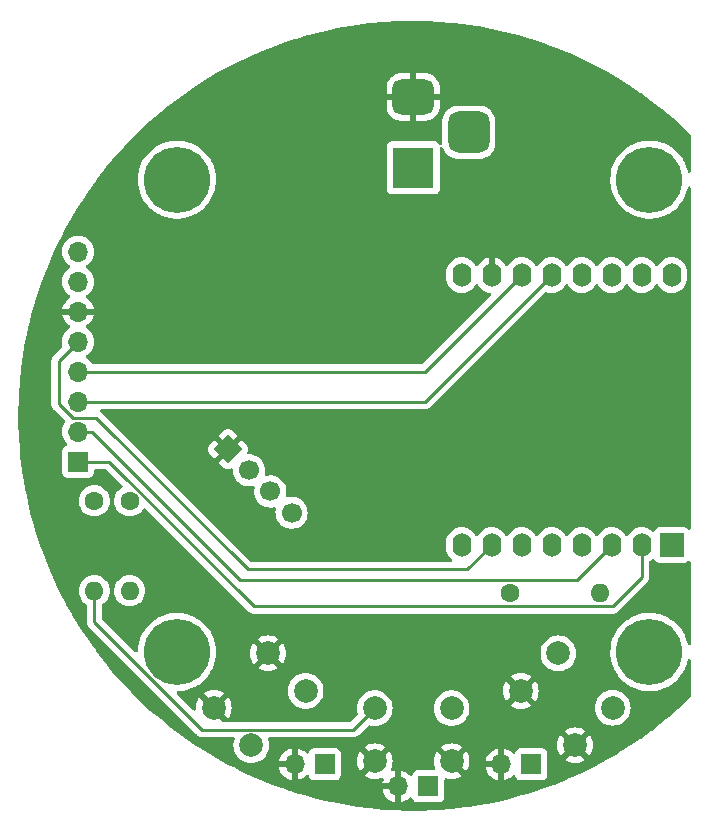
<source format=gbr>
%TF.GenerationSoftware,KiCad,Pcbnew,(6.0.2)*%
%TF.CreationDate,2022-06-07T16:02:26+02:00*%
%TF.ProjectId,RFID_Reader,52464944-5f52-4656-9164-65722e6b6963,rev?*%
%TF.SameCoordinates,Original*%
%TF.FileFunction,Copper,L2,Bot*%
%TF.FilePolarity,Positive*%
%FSLAX46Y46*%
G04 Gerber Fmt 4.6, Leading zero omitted, Abs format (unit mm)*
G04 Created by KiCad (PCBNEW (6.0.2)) date 2022-06-07 16:02:26*
%MOMM*%
%LPD*%
G01*
G04 APERTURE LIST*
G04 Aperture macros list*
%AMRoundRect*
0 Rectangle with rounded corners*
0 $1 Rounding radius*
0 $2 $3 $4 $5 $6 $7 $8 $9 X,Y pos of 4 corners*
0 Add a 4 corners polygon primitive as box body*
4,1,4,$2,$3,$4,$5,$6,$7,$8,$9,$2,$3,0*
0 Add four circle primitives for the rounded corners*
1,1,$1+$1,$2,$3*
1,1,$1+$1,$4,$5*
1,1,$1+$1,$6,$7*
1,1,$1+$1,$8,$9*
0 Add four rect primitives between the rounded corners*
20,1,$1+$1,$2,$3,$4,$5,0*
20,1,$1+$1,$4,$5,$6,$7,0*
20,1,$1+$1,$6,$7,$8,$9,0*
20,1,$1+$1,$8,$9,$2,$3,0*%
%AMHorizOval*
0 Thick line with rounded ends*
0 $1 width*
0 $2 $3 position (X,Y) of the first rounded end (center of the circle)*
0 $4 $5 position (X,Y) of the second rounded end (center of the circle)*
0 Add line between two ends*
20,1,$1,$2,$3,$4,$5,0*
0 Add two circle primitives to create the rounded ends*
1,1,$1,$2,$3*
1,1,$1,$4,$5*%
%AMRotRect*
0 Rectangle, with rotation*
0 The origin of the aperture is its center*
0 $1 length*
0 $2 width*
0 $3 Rotation angle, in degrees counterclockwise*
0 Add horizontal line*
21,1,$1,$2,0,0,$3*%
G04 Aperture macros list end*
%TA.AperFunction,ComponentPad*%
%ADD10C,5.600000*%
%TD*%
%TA.AperFunction,ComponentPad*%
%ADD11C,2.000000*%
%TD*%
%TA.AperFunction,ComponentPad*%
%ADD12RotRect,1.700000X1.700000X45.000000*%
%TD*%
%TA.AperFunction,ComponentPad*%
%ADD13HorizOval,1.700000X0.000000X0.000000X0.000000X0.000000X0*%
%TD*%
%TA.AperFunction,ComponentPad*%
%ADD14C,1.600000*%
%TD*%
%TA.AperFunction,ComponentPad*%
%ADD15O,1.600000X1.600000*%
%TD*%
%TA.AperFunction,ComponentPad*%
%ADD16R,1.700000X1.700000*%
%TD*%
%TA.AperFunction,ComponentPad*%
%ADD17O,1.700000X1.700000*%
%TD*%
%TA.AperFunction,ComponentPad*%
%ADD18R,3.500000X3.500000*%
%TD*%
%TA.AperFunction,ComponentPad*%
%ADD19RoundRect,0.750000X-1.000000X0.750000X-1.000000X-0.750000X1.000000X-0.750000X1.000000X0.750000X0*%
%TD*%
%TA.AperFunction,ComponentPad*%
%ADD20RoundRect,0.875000X-0.875000X0.875000X-0.875000X-0.875000X0.875000X-0.875000X0.875000X0.875000X0*%
%TD*%
%TA.AperFunction,ComponentPad*%
%ADD21R,2.000000X2.000000*%
%TD*%
%TA.AperFunction,ComponentPad*%
%ADD22O,1.600000X2.000000*%
%TD*%
%TA.AperFunction,Conductor*%
%ADD23C,0.250000*%
%TD*%
G04 APERTURE END LIST*
D10*
%TO.P,Hole4,1*%
%TO.N,N/C*%
X220000000Y-63000000D03*
%TD*%
D11*
%TO.P,SW1,1,1*%
%TO.N,Net-(JSW1-Pad1)*%
X216889088Y-107707107D03*
X212292894Y-103110913D03*
%TO.P,SW1,2,2*%
%TO.N,GND*%
X213707108Y-110889088D03*
X209110913Y-106292894D03*
%TD*%
D12*
%TO.P,J1,1,Pin_1*%
%TO.N,GND*%
X184312994Y-85812994D03*
D13*
%TO.P,J1,2,Pin_2*%
%TO.N,+3V3*%
X186109045Y-87609045D03*
%TO.P,J1,3,Pin_3*%
%TO.N,SDA*%
X187905096Y-89405096D03*
%TO.P,J1,4,Pin_4*%
%TO.N,SCL*%
X189701148Y-91201148D03*
%TD*%
D11*
%TO.P,SW3,1,1*%
%TO.N,GND*%
X183110913Y-107707107D03*
X187707107Y-103110913D03*
%TO.P,SW3,2,2*%
%TO.N,Net-(JSW3-Pad1)*%
X190889088Y-106292893D03*
X186292894Y-110889088D03*
%TD*%
D10*
%TO.P,Hole1,1*%
%TO.N,N/C*%
X180000000Y-103000000D03*
%TD*%
D14*
%TO.P,R2,1*%
%TO.N,+3V3*%
X173000000Y-90190000D03*
D15*
%TO.P,R2,2*%
%TO.N,Net-(JSW2-Pad1)*%
X173000000Y-97810000D03*
%TD*%
D14*
%TO.P,R1,1*%
%TO.N,+3V3*%
X208190000Y-98000000D03*
D15*
%TO.P,R1,2*%
%TO.N,Net-(JSW1-Pad1)*%
X215810000Y-98000000D03*
%TD*%
D11*
%TO.P,SW2,1,1*%
%TO.N,Net-(JSW2-Pad1)*%
X203250000Y-107750000D03*
X196750000Y-107750000D03*
%TO.P,SW2,2,2*%
%TO.N,GND*%
X196750000Y-112250000D03*
X203250000Y-112250000D03*
%TD*%
D14*
%TO.P,R3,1*%
%TO.N,+3V3*%
X176000000Y-90190000D03*
D15*
%TO.P,R3,2*%
%TO.N,Net-(JSW3-Pad1)*%
X176000000Y-97810000D03*
%TD*%
D10*
%TO.P,Hole2,1*%
%TO.N,N/C*%
X220000000Y-103000000D03*
%TD*%
%TO.P,Hole3,1*%
%TO.N,N/C*%
X180000000Y-63000000D03*
%TD*%
D16*
%TO.P,J3,1,Pin_1*%
%TO.N,A0*%
X171625000Y-86875000D03*
D17*
%TO.P,J3,2,Pin_2*%
%TO.N,D0*%
X171625000Y-84335000D03*
%TO.P,J3,3,Pin_3*%
%TO.N,D3*%
X171625000Y-81795000D03*
%TO.P,J3,4,Pin_4*%
%TO.N,D4*%
X171625000Y-79255000D03*
%TO.P,J3,5,Pin_5*%
%TO.N,D8*%
X171625000Y-76715000D03*
%TO.P,J3,6,Pin_6*%
%TO.N,GND*%
X171625000Y-74175000D03*
%TO.P,J3,7,Pin_7*%
%TO.N,+3V3*%
X171625000Y-71635000D03*
%TO.P,J3,8,Pin_8*%
%TO.N,+5V*%
X171625000Y-69095000D03*
%TD*%
D16*
%TO.P,JSW3,1,Pin_1*%
%TO.N,Net-(JSW3-Pad1)*%
X192500000Y-112500000D03*
D17*
%TO.P,JSW3,2,Pin_2*%
%TO.N,GND*%
X189960000Y-112500000D03*
%TD*%
D16*
%TO.P,JSW2,1,Pin_1*%
%TO.N,Net-(JSW2-Pad1)*%
X201275000Y-114375000D03*
D17*
%TO.P,JSW2,2,Pin_2*%
%TO.N,GND*%
X198735000Y-114375000D03*
%TD*%
D18*
%TO.P,J2,1*%
%TO.N,+5V*%
X200000000Y-62000000D03*
D19*
%TO.P,J2,2*%
%TO.N,GND*%
X200000000Y-56000000D03*
D20*
%TO.P,J2,3*%
%TO.N,N/C*%
X204700000Y-59000000D03*
%TD*%
D21*
%TO.P,U1,1,~{RST}*%
%TO.N,unconnected-(U1-Pad1)*%
X221890000Y-93945000D03*
D22*
%TO.P,U1,2,A0*%
%TO.N,A0*%
X219350000Y-93945000D03*
%TO.P,U1,3,D0*%
%TO.N,D0*%
X216810000Y-93945000D03*
%TO.P,U1,4,SCK/D5*%
%TO.N,Net-(JSW1-Pad1)*%
X214270000Y-93945000D03*
%TO.P,U1,5,MISO/D6*%
%TO.N,Net-(JSW2-Pad1)*%
X211730000Y-93945000D03*
%TO.P,U1,6,MOSI/D7*%
%TO.N,Net-(JSW3-Pad1)*%
X209190000Y-93945000D03*
%TO.P,U1,7,CS/D8*%
%TO.N,D8*%
X206650000Y-93945000D03*
%TO.P,U1,8,3V3*%
%TO.N,+3V3*%
X204110000Y-93945000D03*
%TO.P,U1,9,5V*%
%TO.N,+5V*%
X204110000Y-71085000D03*
%TO.P,U1,10,GND*%
%TO.N,GND*%
X206650000Y-71085000D03*
%TO.P,U1,11,D4*%
%TO.N,D4*%
X209190000Y-71085000D03*
%TO.P,U1,12,D3*%
%TO.N,D3*%
X211730000Y-71085000D03*
%TO.P,U1,13,SDA/D2*%
%TO.N,SDA*%
X214270000Y-71085000D03*
%TO.P,U1,14,SCL/D1*%
%TO.N,SCL*%
X216810000Y-71085000D03*
%TO.P,U1,15,RX*%
%TO.N,unconnected-(U1-Pad15)*%
X219350000Y-71085000D03*
%TO.P,U1,16,TX*%
%TO.N,unconnected-(U1-Pad16)*%
X221890000Y-71085000D03*
%TD*%
D16*
%TO.P,JSW1,1,Pin_1*%
%TO.N,Net-(JSW1-Pad1)*%
X210000000Y-112500000D03*
D17*
%TO.P,JSW1,2,Pin_2*%
%TO.N,GND*%
X207460000Y-112500000D03*
%TD*%
D23*
%TO.N,Net-(JSW2-Pad1)*%
X194935423Y-109564577D02*
X196750000Y-107750000D01*
X173000000Y-100418727D02*
X182145850Y-109564577D01*
X173000000Y-97810000D02*
X173000000Y-100418727D01*
X182145850Y-109564577D02*
X194935423Y-109564577D01*
%TO.N,A0*%
X219350000Y-96650000D02*
X219350000Y-93945000D01*
X174275300Y-86875000D02*
X186524811Y-99124511D01*
X216875489Y-99124511D02*
X219350000Y-96650000D01*
X171625000Y-86875000D02*
X174275300Y-86875000D01*
X186524811Y-99124511D02*
X216875489Y-99124511D01*
%TO.N,D0*%
X171625000Y-84335000D02*
X172827081Y-84335000D01*
X185367570Y-96875489D02*
X213879511Y-96875489D01*
X172827081Y-84335000D02*
X185367570Y-96875489D01*
X213879511Y-96875489D02*
X216810000Y-93945000D01*
%TO.N,D3*%
X171625000Y-81795000D02*
X201020000Y-81795000D01*
X201020000Y-81795000D02*
X211730000Y-71085000D01*
%TO.N,D4*%
X201020000Y-79255000D02*
X209190000Y-71085000D01*
X171625000Y-79255000D02*
X201020000Y-79255000D01*
%TO.N,D8*%
X170000000Y-82000000D02*
X171160489Y-83160489D01*
X186000000Y-96000000D02*
X204595000Y-96000000D01*
X170000000Y-78340000D02*
X170000000Y-82000000D01*
X173160489Y-83160489D02*
X186000000Y-96000000D01*
X204595000Y-96000000D02*
X206650000Y-93945000D01*
X171625000Y-76715000D02*
X170000000Y-78340000D01*
X171160489Y-83160489D02*
X173160489Y-83160489D01*
%TD*%
%TA.AperFunction,Conductor*%
%TO.N,GND*%
G36*
X200616967Y-49576696D02*
G01*
X200956033Y-49580584D01*
X200960355Y-49580708D01*
X201349175Y-49598553D01*
X202104796Y-49633232D01*
X202109121Y-49633506D01*
X203250996Y-49725350D01*
X203255309Y-49725771D01*
X204393422Y-49856838D01*
X204397718Y-49857408D01*
X204671425Y-49898510D01*
X205530637Y-50027535D01*
X205534861Y-50028244D01*
X206244171Y-50159847D01*
X206661281Y-50237236D01*
X206665528Y-50238100D01*
X207361244Y-50392104D01*
X207784052Y-50485697D01*
X207788250Y-50486702D01*
X208102494Y-50567694D01*
X208897637Y-50772629D01*
X208901814Y-50773783D01*
X209255235Y-50877957D01*
X210000690Y-51097687D01*
X210004786Y-51098972D01*
X211091894Y-51460481D01*
X211095953Y-51461909D01*
X211442181Y-51590429D01*
X212169952Y-51860578D01*
X212173988Y-51862155D01*
X212319223Y-51921826D01*
X213233680Y-52297539D01*
X213237632Y-52299243D01*
X213574245Y-52451276D01*
X214281713Y-52770808D01*
X214285631Y-52772660D01*
X215312827Y-53279827D01*
X215316680Y-53281812D01*
X216325867Y-53824027D01*
X216329617Y-53826125D01*
X216896047Y-54156046D01*
X217319601Y-54402748D01*
X217323298Y-54404989D01*
X218072294Y-54876470D01*
X218292778Y-55015261D01*
X218296399Y-55017627D01*
X219244390Y-55660928D01*
X219247930Y-55663421D01*
X220081699Y-56272115D01*
X220173184Y-56338904D01*
X220176629Y-56341511D01*
X220473890Y-56574612D01*
X221078144Y-57048446D01*
X221081508Y-57051179D01*
X221958138Y-57788663D01*
X221961404Y-57791507D01*
X222812223Y-58558767D01*
X222815338Y-58561675D01*
X223331185Y-59060077D01*
X223453550Y-59178304D01*
X223488642Y-59240022D01*
X223492000Y-59268918D01*
X223492000Y-62302279D01*
X223471998Y-62370400D01*
X223418342Y-62416893D01*
X223348068Y-62426997D01*
X223283488Y-62397503D01*
X223245104Y-62337777D01*
X223241656Y-62322641D01*
X223241361Y-62320838D01*
X223236066Y-62288505D01*
X223140297Y-61943173D01*
X223137243Y-61935497D01*
X223009052Y-61613369D01*
X223007793Y-61610205D01*
X222859791Y-61330678D01*
X222841702Y-61296513D01*
X222841698Y-61296506D01*
X222840103Y-61293494D01*
X222639190Y-60996746D01*
X222407403Y-60723432D01*
X222147454Y-60476750D01*
X221956448Y-60331242D01*
X221865091Y-60261647D01*
X221865089Y-60261646D01*
X221862384Y-60259585D01*
X221859472Y-60257828D01*
X221859467Y-60257825D01*
X221558443Y-60076236D01*
X221558437Y-60076233D01*
X221555528Y-60074478D01*
X221230475Y-59923593D01*
X221060752Y-59866145D01*
X220894255Y-59809789D01*
X220894250Y-59809788D01*
X220891028Y-59808697D01*
X220630907Y-59751029D01*
X220544493Y-59731871D01*
X220544487Y-59731870D01*
X220541158Y-59731132D01*
X220537769Y-59730758D01*
X220537764Y-59730757D01*
X220188338Y-59692180D01*
X220188333Y-59692180D01*
X220184957Y-59691807D01*
X220181558Y-59691801D01*
X220181557Y-59691801D01*
X220012080Y-59691505D01*
X219826592Y-59691182D01*
X219713413Y-59703277D01*
X219473639Y-59728901D01*
X219473631Y-59728902D01*
X219470256Y-59729263D01*
X219120117Y-59805606D01*
X218780271Y-59919317D01*
X218777178Y-59920739D01*
X218777177Y-59920740D01*
X218672140Y-59969052D01*
X218454694Y-60069066D01*
X218451760Y-60070822D01*
X218451758Y-60070823D01*
X218171842Y-60238349D01*
X218147193Y-60253101D01*
X218144467Y-60255163D01*
X218144465Y-60255164D01*
X217865256Y-60466329D01*
X217861367Y-60469270D01*
X217600559Y-60715043D01*
X217367819Y-60987546D01*
X217365900Y-60990358D01*
X217365897Y-60990363D01*
X217351876Y-61010917D01*
X217165871Y-61283591D01*
X216997077Y-61599714D01*
X216863411Y-61932218D01*
X216862491Y-61935492D01*
X216862489Y-61935497D01*
X216782780Y-62219072D01*
X216766437Y-62277213D01*
X216707290Y-62630663D01*
X216686661Y-62988434D01*
X216704792Y-63346340D01*
X216705329Y-63349695D01*
X216705330Y-63349701D01*
X216710316Y-63380828D01*
X216761470Y-63700195D01*
X216856033Y-64045859D01*
X216987374Y-64379288D01*
X217153957Y-64696582D01*
X217155858Y-64699411D01*
X217155864Y-64699421D01*
X217339569Y-64972800D01*
X217353834Y-64994029D01*
X217584665Y-65268150D01*
X217843751Y-65515738D01*
X218128061Y-65733897D01*
X218160056Y-65753350D01*
X218431355Y-65918303D01*
X218431360Y-65918306D01*
X218434270Y-65920075D01*
X218437358Y-65921521D01*
X218437357Y-65921521D01*
X218755710Y-66070649D01*
X218755720Y-66070653D01*
X218758794Y-66072093D01*
X218762012Y-66073195D01*
X218762015Y-66073196D01*
X219094615Y-66187071D01*
X219094623Y-66187073D01*
X219097838Y-66188174D01*
X219447435Y-66266959D01*
X219499728Y-66272917D01*
X219800114Y-66307142D01*
X219800122Y-66307142D01*
X219803497Y-66307527D01*
X219806901Y-66307545D01*
X219806904Y-66307545D01*
X220001227Y-66308562D01*
X220161857Y-66309403D01*
X220165243Y-66309053D01*
X220165245Y-66309053D01*
X220514932Y-66272917D01*
X220514941Y-66272916D01*
X220518324Y-66272566D01*
X220521657Y-66271852D01*
X220521660Y-66271851D01*
X220694186Y-66234864D01*
X220868727Y-66197446D01*
X221208968Y-66084922D01*
X221535066Y-65936311D01*
X221629052Y-65880506D01*
X221840262Y-65755099D01*
X221840267Y-65755096D01*
X221843207Y-65753350D01*
X222129786Y-65538180D01*
X222391451Y-65293319D01*
X222625140Y-65021630D01*
X222731750Y-64866512D01*
X222826190Y-64729101D01*
X222826195Y-64729094D01*
X222828120Y-64726292D01*
X222829732Y-64723298D01*
X222829737Y-64723290D01*
X222996395Y-64413772D01*
X222998017Y-64410760D01*
X223132842Y-64078724D01*
X223135745Y-64068535D01*
X223192950Y-63867715D01*
X223231020Y-63734070D01*
X223241801Y-63670999D01*
X223272995Y-63607223D01*
X223333717Y-63570435D01*
X223404689Y-63572316D01*
X223463377Y-63612269D01*
X223491149Y-63677608D01*
X223492000Y-63692229D01*
X223492000Y-92522069D01*
X223471998Y-92590190D01*
X223418342Y-92636683D01*
X223348068Y-92646787D01*
X223283488Y-92617293D01*
X223265175Y-92597636D01*
X223253261Y-92581739D01*
X223136705Y-92494385D01*
X223000316Y-92443255D01*
X222938134Y-92436500D01*
X220841866Y-92436500D01*
X220779684Y-92443255D01*
X220643295Y-92494385D01*
X220526739Y-92581739D01*
X220439385Y-92698295D01*
X220436233Y-92706704D01*
X220436231Y-92706707D01*
X220430210Y-92722768D01*
X220387569Y-92779533D01*
X220321008Y-92804234D01*
X220251659Y-92789027D01*
X220223133Y-92767635D01*
X220194300Y-92738802D01*
X220189792Y-92735645D01*
X220189789Y-92735643D01*
X220044996Y-92634258D01*
X220006749Y-92607477D01*
X220001767Y-92605154D01*
X220001762Y-92605151D01*
X219804225Y-92513039D01*
X219804224Y-92513039D01*
X219799243Y-92510716D01*
X219793935Y-92509294D01*
X219793933Y-92509293D01*
X219583402Y-92452881D01*
X219583400Y-92452881D01*
X219578087Y-92451457D01*
X219350000Y-92431502D01*
X219121913Y-92451457D01*
X219116600Y-92452881D01*
X219116598Y-92452881D01*
X218906067Y-92509293D01*
X218906065Y-92509294D01*
X218900757Y-92510716D01*
X218895776Y-92513039D01*
X218895775Y-92513039D01*
X218698238Y-92605151D01*
X218698233Y-92605154D01*
X218693251Y-92607477D01*
X218655004Y-92634258D01*
X218510211Y-92735643D01*
X218510208Y-92735645D01*
X218505700Y-92738802D01*
X218343802Y-92900700D01*
X218212477Y-93088251D01*
X218210154Y-93093233D01*
X218210151Y-93093238D01*
X218194195Y-93127457D01*
X218147278Y-93180742D01*
X218079001Y-93200203D01*
X218011041Y-93179661D01*
X217965805Y-93127457D01*
X217949849Y-93093238D01*
X217949846Y-93093233D01*
X217947523Y-93088251D01*
X217816198Y-92900700D01*
X217654300Y-92738802D01*
X217649792Y-92735645D01*
X217649789Y-92735643D01*
X217504996Y-92634258D01*
X217466749Y-92607477D01*
X217461767Y-92605154D01*
X217461762Y-92605151D01*
X217264225Y-92513039D01*
X217264224Y-92513039D01*
X217259243Y-92510716D01*
X217253935Y-92509294D01*
X217253933Y-92509293D01*
X217043402Y-92452881D01*
X217043400Y-92452881D01*
X217038087Y-92451457D01*
X216810000Y-92431502D01*
X216581913Y-92451457D01*
X216576600Y-92452881D01*
X216576598Y-92452881D01*
X216366067Y-92509293D01*
X216366065Y-92509294D01*
X216360757Y-92510716D01*
X216355776Y-92513039D01*
X216355775Y-92513039D01*
X216158238Y-92605151D01*
X216158233Y-92605154D01*
X216153251Y-92607477D01*
X216115004Y-92634258D01*
X215970211Y-92735643D01*
X215970208Y-92735645D01*
X215965700Y-92738802D01*
X215803802Y-92900700D01*
X215672477Y-93088251D01*
X215670154Y-93093233D01*
X215670151Y-93093238D01*
X215654195Y-93127457D01*
X215607278Y-93180742D01*
X215539001Y-93200203D01*
X215471041Y-93179661D01*
X215425805Y-93127457D01*
X215409849Y-93093238D01*
X215409846Y-93093233D01*
X215407523Y-93088251D01*
X215276198Y-92900700D01*
X215114300Y-92738802D01*
X215109792Y-92735645D01*
X215109789Y-92735643D01*
X214964996Y-92634258D01*
X214926749Y-92607477D01*
X214921767Y-92605154D01*
X214921762Y-92605151D01*
X214724225Y-92513039D01*
X214724224Y-92513039D01*
X214719243Y-92510716D01*
X214713935Y-92509294D01*
X214713933Y-92509293D01*
X214503402Y-92452881D01*
X214503400Y-92452881D01*
X214498087Y-92451457D01*
X214270000Y-92431502D01*
X214041913Y-92451457D01*
X214036600Y-92452881D01*
X214036598Y-92452881D01*
X213826067Y-92509293D01*
X213826065Y-92509294D01*
X213820757Y-92510716D01*
X213815776Y-92513039D01*
X213815775Y-92513039D01*
X213618238Y-92605151D01*
X213618233Y-92605154D01*
X213613251Y-92607477D01*
X213575004Y-92634258D01*
X213430211Y-92735643D01*
X213430208Y-92735645D01*
X213425700Y-92738802D01*
X213263802Y-92900700D01*
X213132477Y-93088251D01*
X213130154Y-93093233D01*
X213130151Y-93093238D01*
X213114195Y-93127457D01*
X213067278Y-93180742D01*
X212999001Y-93200203D01*
X212931041Y-93179661D01*
X212885805Y-93127457D01*
X212869849Y-93093238D01*
X212869846Y-93093233D01*
X212867523Y-93088251D01*
X212736198Y-92900700D01*
X212574300Y-92738802D01*
X212569792Y-92735645D01*
X212569789Y-92735643D01*
X212424996Y-92634258D01*
X212386749Y-92607477D01*
X212381767Y-92605154D01*
X212381762Y-92605151D01*
X212184225Y-92513039D01*
X212184224Y-92513039D01*
X212179243Y-92510716D01*
X212173935Y-92509294D01*
X212173933Y-92509293D01*
X211963402Y-92452881D01*
X211963400Y-92452881D01*
X211958087Y-92451457D01*
X211730000Y-92431502D01*
X211501913Y-92451457D01*
X211496600Y-92452881D01*
X211496598Y-92452881D01*
X211286067Y-92509293D01*
X211286065Y-92509294D01*
X211280757Y-92510716D01*
X211275776Y-92513039D01*
X211275775Y-92513039D01*
X211078238Y-92605151D01*
X211078233Y-92605154D01*
X211073251Y-92607477D01*
X211035004Y-92634258D01*
X210890211Y-92735643D01*
X210890208Y-92735645D01*
X210885700Y-92738802D01*
X210723802Y-92900700D01*
X210592477Y-93088251D01*
X210590154Y-93093233D01*
X210590151Y-93093238D01*
X210574195Y-93127457D01*
X210527278Y-93180742D01*
X210459001Y-93200203D01*
X210391041Y-93179661D01*
X210345805Y-93127457D01*
X210329849Y-93093238D01*
X210329846Y-93093233D01*
X210327523Y-93088251D01*
X210196198Y-92900700D01*
X210034300Y-92738802D01*
X210029792Y-92735645D01*
X210029789Y-92735643D01*
X209884996Y-92634258D01*
X209846749Y-92607477D01*
X209841767Y-92605154D01*
X209841762Y-92605151D01*
X209644225Y-92513039D01*
X209644224Y-92513039D01*
X209639243Y-92510716D01*
X209633935Y-92509294D01*
X209633933Y-92509293D01*
X209423402Y-92452881D01*
X209423400Y-92452881D01*
X209418087Y-92451457D01*
X209190000Y-92431502D01*
X208961913Y-92451457D01*
X208956600Y-92452881D01*
X208956598Y-92452881D01*
X208746067Y-92509293D01*
X208746065Y-92509294D01*
X208740757Y-92510716D01*
X208735776Y-92513039D01*
X208735775Y-92513039D01*
X208538238Y-92605151D01*
X208538233Y-92605154D01*
X208533251Y-92607477D01*
X208495004Y-92634258D01*
X208350211Y-92735643D01*
X208350208Y-92735645D01*
X208345700Y-92738802D01*
X208183802Y-92900700D01*
X208052477Y-93088251D01*
X208050154Y-93093233D01*
X208050151Y-93093238D01*
X208034195Y-93127457D01*
X207987278Y-93180742D01*
X207919001Y-93200203D01*
X207851041Y-93179661D01*
X207805805Y-93127457D01*
X207789849Y-93093238D01*
X207789846Y-93093233D01*
X207787523Y-93088251D01*
X207656198Y-92900700D01*
X207494300Y-92738802D01*
X207489792Y-92735645D01*
X207489789Y-92735643D01*
X207344996Y-92634258D01*
X207306749Y-92607477D01*
X207301767Y-92605154D01*
X207301762Y-92605151D01*
X207104225Y-92513039D01*
X207104224Y-92513039D01*
X207099243Y-92510716D01*
X207093935Y-92509294D01*
X207093933Y-92509293D01*
X206883402Y-92452881D01*
X206883400Y-92452881D01*
X206878087Y-92451457D01*
X206650000Y-92431502D01*
X206421913Y-92451457D01*
X206416600Y-92452881D01*
X206416598Y-92452881D01*
X206206067Y-92509293D01*
X206206065Y-92509294D01*
X206200757Y-92510716D01*
X206195776Y-92513039D01*
X206195775Y-92513039D01*
X205998238Y-92605151D01*
X205998233Y-92605154D01*
X205993251Y-92607477D01*
X205955004Y-92634258D01*
X205810211Y-92735643D01*
X205810208Y-92735645D01*
X205805700Y-92738802D01*
X205643802Y-92900700D01*
X205512477Y-93088251D01*
X205510154Y-93093233D01*
X205510151Y-93093238D01*
X205494195Y-93127457D01*
X205447278Y-93180742D01*
X205379001Y-93200203D01*
X205311041Y-93179661D01*
X205265805Y-93127457D01*
X205249849Y-93093238D01*
X205249846Y-93093233D01*
X205247523Y-93088251D01*
X205116198Y-92900700D01*
X204954300Y-92738802D01*
X204949792Y-92735645D01*
X204949789Y-92735643D01*
X204804996Y-92634258D01*
X204766749Y-92607477D01*
X204761767Y-92605154D01*
X204761762Y-92605151D01*
X204564225Y-92513039D01*
X204564224Y-92513039D01*
X204559243Y-92510716D01*
X204553935Y-92509294D01*
X204553933Y-92509293D01*
X204343402Y-92452881D01*
X204343400Y-92452881D01*
X204338087Y-92451457D01*
X204110000Y-92431502D01*
X203881913Y-92451457D01*
X203876600Y-92452881D01*
X203876598Y-92452881D01*
X203666067Y-92509293D01*
X203666065Y-92509294D01*
X203660757Y-92510716D01*
X203655776Y-92513039D01*
X203655775Y-92513039D01*
X203458238Y-92605151D01*
X203458233Y-92605154D01*
X203453251Y-92607477D01*
X203415004Y-92634258D01*
X203270211Y-92735643D01*
X203270208Y-92735645D01*
X203265700Y-92738802D01*
X203103802Y-92900700D01*
X202972477Y-93088251D01*
X202970154Y-93093233D01*
X202970151Y-93093238D01*
X202954195Y-93127457D01*
X202875716Y-93295757D01*
X202816457Y-93516913D01*
X202801500Y-93687873D01*
X202801500Y-94202127D01*
X202816457Y-94373087D01*
X202875716Y-94594243D01*
X202878039Y-94599224D01*
X202878039Y-94599225D01*
X202970151Y-94796762D01*
X202970154Y-94796767D01*
X202972477Y-94801749D01*
X203103802Y-94989300D01*
X203265700Y-95151198D01*
X203263856Y-95153042D01*
X203297147Y-95203014D01*
X203298317Y-95274001D01*
X203260922Y-95334352D01*
X203196836Y-95364905D01*
X203176852Y-95366500D01*
X186314594Y-95366500D01*
X186246473Y-95346498D01*
X186225499Y-95329595D01*
X179951539Y-89055634D01*
X177849886Y-86953981D01*
X183537547Y-86953981D01*
X183537678Y-86955814D01*
X183541929Y-86962429D01*
X183985368Y-87405868D01*
X183990452Y-87410430D01*
X184030325Y-87442490D01*
X184043675Y-87450712D01*
X184160780Y-87503956D01*
X184177835Y-87508943D01*
X184304105Y-87527026D01*
X184321883Y-87527026D01*
X184448153Y-87508943D01*
X184465209Y-87503956D01*
X184568631Y-87456933D01*
X184638922Y-87446947D01*
X184703454Y-87476548D01*
X184741737Y-87536338D01*
X184746559Y-87573280D01*
X184746296Y-87575740D01*
X184759155Y-87798760D01*
X184760292Y-87803806D01*
X184760293Y-87803812D01*
X184780164Y-87891984D01*
X184808267Y-88016684D01*
X184892311Y-88223661D01*
X184899828Y-88235928D01*
X185005364Y-88408147D01*
X185009032Y-88414133D01*
X185155295Y-88582983D01*
X185327171Y-88725677D01*
X185520045Y-88838383D01*
X185728737Y-88918075D01*
X185733805Y-88919106D01*
X185733808Y-88919107D01*
X185796988Y-88931961D01*
X185947642Y-88962612D01*
X185952817Y-88962802D01*
X185952819Y-88962802D01*
X186165718Y-88970609D01*
X186165722Y-88970609D01*
X186170882Y-88970798D01*
X186176002Y-88970142D01*
X186176004Y-88970142D01*
X186387333Y-88943070D01*
X186387334Y-88943070D01*
X186392461Y-88942413D01*
X186397412Y-88940928D01*
X186397415Y-88940927D01*
X186425914Y-88932377D01*
X186496909Y-88931961D01*
X186556860Y-88969993D01*
X186586731Y-89034400D01*
X186583538Y-89086733D01*
X186566085Y-89149666D01*
X186542347Y-89371791D01*
X186542644Y-89376944D01*
X186542644Y-89376947D01*
X186551944Y-89538238D01*
X186555206Y-89594811D01*
X186556343Y-89599857D01*
X186556344Y-89599863D01*
X186576215Y-89688035D01*
X186604318Y-89812735D01*
X186688362Y-90019712D01*
X186716572Y-90065746D01*
X186799453Y-90200996D01*
X186805083Y-90210184D01*
X186951346Y-90379034D01*
X187123222Y-90521728D01*
X187316096Y-90634434D01*
X187524788Y-90714126D01*
X187529856Y-90715157D01*
X187529859Y-90715158D01*
X187593039Y-90728012D01*
X187743693Y-90758663D01*
X187748868Y-90758853D01*
X187748870Y-90758853D01*
X187961769Y-90766660D01*
X187961773Y-90766660D01*
X187966933Y-90766849D01*
X187972053Y-90766193D01*
X187972055Y-90766193D01*
X188183384Y-90739121D01*
X188183385Y-90739121D01*
X188188512Y-90738464D01*
X188193464Y-90736978D01*
X188193470Y-90736977D01*
X188221967Y-90728428D01*
X188292962Y-90728012D01*
X188352912Y-90766045D01*
X188382783Y-90830452D01*
X188379590Y-90882785D01*
X188362137Y-90945718D01*
X188338399Y-91167843D01*
X188338696Y-91172996D01*
X188338696Y-91172999D01*
X188344159Y-91267738D01*
X188351258Y-91390863D01*
X188352395Y-91395909D01*
X188352396Y-91395915D01*
X188372267Y-91484087D01*
X188400370Y-91608787D01*
X188484414Y-91815764D01*
X188601135Y-92006236D01*
X188747398Y-92175086D01*
X188919274Y-92317780D01*
X189112148Y-92430486D01*
X189116973Y-92432328D01*
X189116974Y-92432329D01*
X189189760Y-92460123D01*
X189320840Y-92510178D01*
X189325908Y-92511209D01*
X189325911Y-92511210D01*
X189433165Y-92533031D01*
X189539745Y-92554715D01*
X189544920Y-92554905D01*
X189544922Y-92554905D01*
X189757821Y-92562712D01*
X189757825Y-92562712D01*
X189762985Y-92562901D01*
X189768105Y-92562245D01*
X189768107Y-92562245D01*
X189979436Y-92535173D01*
X189979437Y-92535173D01*
X189984564Y-92534516D01*
X190026052Y-92522069D01*
X190193577Y-92471809D01*
X190193582Y-92471807D01*
X190198532Y-92470322D01*
X190399142Y-92372044D01*
X190581008Y-92242321D01*
X190739244Y-92084637D01*
X190798742Y-92001837D01*
X190866583Y-91907425D01*
X190869601Y-91903225D01*
X190968578Y-91702959D01*
X191033518Y-91489217D01*
X191062677Y-91267738D01*
X191064304Y-91201148D01*
X191046000Y-90978509D01*
X190991579Y-90761850D01*
X190902502Y-90556988D01*
X190789515Y-90382336D01*
X190783970Y-90373765D01*
X190783968Y-90373762D01*
X190781162Y-90369425D01*
X190630818Y-90204199D01*
X190626767Y-90201000D01*
X190626763Y-90200996D01*
X190459562Y-90068948D01*
X190459558Y-90068946D01*
X190455507Y-90065746D01*
X190259937Y-89957786D01*
X190255068Y-89956062D01*
X190255064Y-89956060D01*
X190054235Y-89884943D01*
X190054231Y-89884942D01*
X190049360Y-89883217D01*
X190044267Y-89882310D01*
X190044264Y-89882309D01*
X189834521Y-89844948D01*
X189834515Y-89844947D01*
X189829432Y-89844042D01*
X189755600Y-89843140D01*
X189611229Y-89841376D01*
X189611227Y-89841376D01*
X189606059Y-89841313D01*
X189495649Y-89858208D01*
X189390353Y-89874320D01*
X189390348Y-89874321D01*
X189385239Y-89875103D01*
X189380325Y-89876709D01*
X189379784Y-89876838D01*
X189308883Y-89873165D01*
X189251222Y-89831743D01*
X189225110Y-89765722D01*
X189230029Y-89717642D01*
X189237466Y-89693165D01*
X189266625Y-89471686D01*
X189268252Y-89405096D01*
X189249948Y-89182457D01*
X189195527Y-88965798D01*
X189106450Y-88760936D01*
X188991327Y-88582983D01*
X188987918Y-88577713D01*
X188987916Y-88577710D01*
X188985110Y-88573373D01*
X188834766Y-88408147D01*
X188830715Y-88404948D01*
X188830711Y-88404944D01*
X188663510Y-88272896D01*
X188663506Y-88272894D01*
X188659455Y-88269694D01*
X188463885Y-88161734D01*
X188459016Y-88160010D01*
X188459012Y-88160008D01*
X188258183Y-88088891D01*
X188258179Y-88088890D01*
X188253308Y-88087165D01*
X188248215Y-88086258D01*
X188248212Y-88086257D01*
X188038469Y-88048896D01*
X188038463Y-88048895D01*
X188033380Y-88047990D01*
X187959548Y-88047088D01*
X187815177Y-88045324D01*
X187815175Y-88045324D01*
X187810007Y-88045261D01*
X187678191Y-88065432D01*
X187594302Y-88078268D01*
X187594298Y-88078269D01*
X187589187Y-88079051D01*
X187584269Y-88080659D01*
X187583738Y-88080785D01*
X187512836Y-88077114D01*
X187455175Y-88035693D01*
X187429060Y-87969674D01*
X187433979Y-87921590D01*
X187441415Y-87897114D01*
X187470574Y-87675635D01*
X187472201Y-87609045D01*
X187453897Y-87386406D01*
X187399476Y-87169747D01*
X187310399Y-86964885D01*
X187189059Y-86777322D01*
X187038715Y-86612096D01*
X187034664Y-86608897D01*
X187034660Y-86608893D01*
X186867459Y-86476845D01*
X186867455Y-86476843D01*
X186863404Y-86473643D01*
X186667834Y-86365683D01*
X186662965Y-86363959D01*
X186662961Y-86363957D01*
X186462132Y-86292840D01*
X186462128Y-86292839D01*
X186457257Y-86291114D01*
X186452164Y-86290207D01*
X186452161Y-86290206D01*
X186242418Y-86252845D01*
X186242412Y-86252844D01*
X186237329Y-86251939D01*
X186068682Y-86249879D01*
X186000812Y-86229046D01*
X185954978Y-86174826D01*
X185945733Y-86104434D01*
X185955521Y-86071738D01*
X186003955Y-85965211D01*
X186008943Y-85948153D01*
X186027026Y-85821883D01*
X186027026Y-85804105D01*
X186008943Y-85677835D01*
X186003956Y-85660780D01*
X185950710Y-85543671D01*
X185942493Y-85530327D01*
X185910430Y-85490450D01*
X185905874Y-85485372D01*
X185465662Y-85045160D01*
X185451718Y-85037546D01*
X185449885Y-85037677D01*
X185443270Y-85041928D01*
X183545161Y-86940037D01*
X183537547Y-86953981D01*
X177849886Y-86953981D01*
X176717788Y-85821883D01*
X182598962Y-85821883D01*
X182617045Y-85948153D01*
X182622032Y-85965208D01*
X182675278Y-86082317D01*
X182683495Y-86095661D01*
X182715558Y-86135538D01*
X182720114Y-86140616D01*
X183160326Y-86580828D01*
X183174270Y-86588442D01*
X183176103Y-86588311D01*
X183182718Y-86584060D01*
X183940972Y-85825806D01*
X183948586Y-85811862D01*
X183948455Y-85810029D01*
X183944204Y-85803414D01*
X183185951Y-85045161D01*
X183172007Y-85037547D01*
X183170174Y-85037678D01*
X183163559Y-85041929D01*
X182720120Y-85485368D01*
X182715558Y-85490452D01*
X182683498Y-85530325D01*
X182675276Y-85543675D01*
X182622032Y-85660780D01*
X182617045Y-85677835D01*
X182598962Y-85804105D01*
X182598962Y-85821883D01*
X176717788Y-85821883D01*
X175570175Y-84674270D01*
X183537546Y-84674270D01*
X183537677Y-84676103D01*
X183541928Y-84682718D01*
X184300182Y-85440972D01*
X184314126Y-85448586D01*
X184315959Y-85448455D01*
X184322574Y-85444204D01*
X185080827Y-84685951D01*
X185088441Y-84672007D01*
X185088310Y-84670174D01*
X185084059Y-84663559D01*
X184640620Y-84220120D01*
X184635536Y-84215558D01*
X184595663Y-84183498D01*
X184582313Y-84175276D01*
X184465208Y-84122032D01*
X184448153Y-84117045D01*
X184321883Y-84098962D01*
X184304105Y-84098962D01*
X184177835Y-84117045D01*
X184160780Y-84122032D01*
X184043671Y-84175278D01*
X184030327Y-84183495D01*
X183990450Y-84215558D01*
X183985372Y-84220114D01*
X183545160Y-84660326D01*
X183537546Y-84674270D01*
X175570175Y-84674270D01*
X173664141Y-82768236D01*
X173656601Y-82759950D01*
X173652489Y-82753471D01*
X173602837Y-82706845D01*
X173599996Y-82704091D01*
X173580259Y-82684354D01*
X173577062Y-82681874D01*
X173568040Y-82674169D01*
X173538416Y-82646350D01*
X173502450Y-82585137D01*
X173505289Y-82514197D01*
X173546029Y-82456053D01*
X173611738Y-82429165D01*
X173624669Y-82428500D01*
X200941233Y-82428500D01*
X200952416Y-82429027D01*
X200959909Y-82430702D01*
X200967835Y-82430453D01*
X200967836Y-82430453D01*
X201027986Y-82428562D01*
X201031945Y-82428500D01*
X201059856Y-82428500D01*
X201063791Y-82428003D01*
X201063856Y-82427995D01*
X201075693Y-82427062D01*
X201107951Y-82426048D01*
X201111970Y-82425922D01*
X201119889Y-82425673D01*
X201139343Y-82420021D01*
X201158700Y-82416013D01*
X201170930Y-82414468D01*
X201170931Y-82414468D01*
X201178797Y-82413474D01*
X201186168Y-82410555D01*
X201186170Y-82410555D01*
X201219912Y-82397196D01*
X201231142Y-82393351D01*
X201265983Y-82383229D01*
X201265984Y-82383229D01*
X201273593Y-82381018D01*
X201280412Y-82376985D01*
X201280417Y-82376983D01*
X201291028Y-82370707D01*
X201308776Y-82362012D01*
X201327617Y-82354552D01*
X201363387Y-82328564D01*
X201373307Y-82322048D01*
X201404535Y-82303580D01*
X201404538Y-82303578D01*
X201411362Y-82299542D01*
X201425683Y-82285221D01*
X201440717Y-82272380D01*
X201450694Y-82265131D01*
X201457107Y-82260472D01*
X201485298Y-82226395D01*
X201493288Y-82217616D01*
X211159019Y-72551885D01*
X211221331Y-72517859D01*
X211280216Y-72521305D01*
X211280757Y-72519284D01*
X211496598Y-72577119D01*
X211496600Y-72577119D01*
X211501913Y-72578543D01*
X211730000Y-72598498D01*
X211958087Y-72578543D01*
X211963400Y-72577119D01*
X211963402Y-72577119D01*
X212173933Y-72520707D01*
X212173935Y-72520706D01*
X212179243Y-72519284D01*
X212185235Y-72516490D01*
X212381762Y-72424849D01*
X212381767Y-72424846D01*
X212386749Y-72422523D01*
X212515403Y-72332438D01*
X212569789Y-72294357D01*
X212569792Y-72294355D01*
X212574300Y-72291198D01*
X212736198Y-72129300D01*
X212867523Y-71941749D01*
X212869846Y-71936767D01*
X212869849Y-71936762D01*
X212885805Y-71902543D01*
X212932722Y-71849258D01*
X213000999Y-71829797D01*
X213068959Y-71850339D01*
X213114195Y-71902543D01*
X213130151Y-71936762D01*
X213130154Y-71936767D01*
X213132477Y-71941749D01*
X213263802Y-72129300D01*
X213425700Y-72291198D01*
X213430208Y-72294355D01*
X213430211Y-72294357D01*
X213484597Y-72332438D01*
X213613251Y-72422523D01*
X213618233Y-72424846D01*
X213618238Y-72424849D01*
X213814765Y-72516490D01*
X213820757Y-72519284D01*
X213826065Y-72520706D01*
X213826067Y-72520707D01*
X214036598Y-72577119D01*
X214036600Y-72577119D01*
X214041913Y-72578543D01*
X214270000Y-72598498D01*
X214498087Y-72578543D01*
X214503400Y-72577119D01*
X214503402Y-72577119D01*
X214713933Y-72520707D01*
X214713935Y-72520706D01*
X214719243Y-72519284D01*
X214725235Y-72516490D01*
X214921762Y-72424849D01*
X214921767Y-72424846D01*
X214926749Y-72422523D01*
X215055403Y-72332438D01*
X215109789Y-72294357D01*
X215109792Y-72294355D01*
X215114300Y-72291198D01*
X215276198Y-72129300D01*
X215407523Y-71941749D01*
X215409846Y-71936767D01*
X215409849Y-71936762D01*
X215425805Y-71902543D01*
X215472722Y-71849258D01*
X215540999Y-71829797D01*
X215608959Y-71850339D01*
X215654195Y-71902543D01*
X215670151Y-71936762D01*
X215670154Y-71936767D01*
X215672477Y-71941749D01*
X215803802Y-72129300D01*
X215965700Y-72291198D01*
X215970208Y-72294355D01*
X215970211Y-72294357D01*
X216024597Y-72332438D01*
X216153251Y-72422523D01*
X216158233Y-72424846D01*
X216158238Y-72424849D01*
X216354765Y-72516490D01*
X216360757Y-72519284D01*
X216366065Y-72520706D01*
X216366067Y-72520707D01*
X216576598Y-72577119D01*
X216576600Y-72577119D01*
X216581913Y-72578543D01*
X216810000Y-72598498D01*
X217038087Y-72578543D01*
X217043400Y-72577119D01*
X217043402Y-72577119D01*
X217253933Y-72520707D01*
X217253935Y-72520706D01*
X217259243Y-72519284D01*
X217265235Y-72516490D01*
X217461762Y-72424849D01*
X217461767Y-72424846D01*
X217466749Y-72422523D01*
X217595403Y-72332438D01*
X217649789Y-72294357D01*
X217649792Y-72294355D01*
X217654300Y-72291198D01*
X217816198Y-72129300D01*
X217947523Y-71941749D01*
X217949846Y-71936767D01*
X217949849Y-71936762D01*
X217965805Y-71902543D01*
X218012722Y-71849258D01*
X218080999Y-71829797D01*
X218148959Y-71850339D01*
X218194195Y-71902543D01*
X218210151Y-71936762D01*
X218210154Y-71936767D01*
X218212477Y-71941749D01*
X218343802Y-72129300D01*
X218505700Y-72291198D01*
X218510208Y-72294355D01*
X218510211Y-72294357D01*
X218564597Y-72332438D01*
X218693251Y-72422523D01*
X218698233Y-72424846D01*
X218698238Y-72424849D01*
X218894765Y-72516490D01*
X218900757Y-72519284D01*
X218906065Y-72520706D01*
X218906067Y-72520707D01*
X219116598Y-72577119D01*
X219116600Y-72577119D01*
X219121913Y-72578543D01*
X219350000Y-72598498D01*
X219578087Y-72578543D01*
X219583400Y-72577119D01*
X219583402Y-72577119D01*
X219793933Y-72520707D01*
X219793935Y-72520706D01*
X219799243Y-72519284D01*
X219805235Y-72516490D01*
X220001762Y-72424849D01*
X220001767Y-72424846D01*
X220006749Y-72422523D01*
X220135403Y-72332438D01*
X220189789Y-72294357D01*
X220189792Y-72294355D01*
X220194300Y-72291198D01*
X220356198Y-72129300D01*
X220487523Y-71941749D01*
X220489846Y-71936767D01*
X220489849Y-71936762D01*
X220505805Y-71902543D01*
X220552722Y-71849258D01*
X220620999Y-71829797D01*
X220688959Y-71850339D01*
X220734195Y-71902543D01*
X220750151Y-71936762D01*
X220750154Y-71936767D01*
X220752477Y-71941749D01*
X220883802Y-72129300D01*
X221045700Y-72291198D01*
X221050208Y-72294355D01*
X221050211Y-72294357D01*
X221104597Y-72332438D01*
X221233251Y-72422523D01*
X221238233Y-72424846D01*
X221238238Y-72424849D01*
X221434765Y-72516490D01*
X221440757Y-72519284D01*
X221446065Y-72520706D01*
X221446067Y-72520707D01*
X221656598Y-72577119D01*
X221656600Y-72577119D01*
X221661913Y-72578543D01*
X221890000Y-72598498D01*
X222118087Y-72578543D01*
X222123400Y-72577119D01*
X222123402Y-72577119D01*
X222333933Y-72520707D01*
X222333935Y-72520706D01*
X222339243Y-72519284D01*
X222345235Y-72516490D01*
X222541762Y-72424849D01*
X222541767Y-72424846D01*
X222546749Y-72422523D01*
X222675403Y-72332438D01*
X222729789Y-72294357D01*
X222729792Y-72294355D01*
X222734300Y-72291198D01*
X222896198Y-72129300D01*
X223027523Y-71941749D01*
X223029846Y-71936767D01*
X223029849Y-71936762D01*
X223121961Y-71739225D01*
X223121961Y-71739224D01*
X223124284Y-71734243D01*
X223132145Y-71704908D01*
X223182119Y-71518402D01*
X223182119Y-71518400D01*
X223183543Y-71513087D01*
X223198500Y-71342127D01*
X223198500Y-70827873D01*
X223183543Y-70656913D01*
X223135281Y-70476797D01*
X223125707Y-70441067D01*
X223125706Y-70441065D01*
X223124284Y-70435757D01*
X223090891Y-70364144D01*
X223029849Y-70233238D01*
X223029846Y-70233233D01*
X223027523Y-70228251D01*
X222896198Y-70040700D01*
X222734300Y-69878802D01*
X222729792Y-69875645D01*
X222729789Y-69875643D01*
X222610960Y-69792438D01*
X222546749Y-69747477D01*
X222541767Y-69745154D01*
X222541762Y-69745151D01*
X222344225Y-69653039D01*
X222344224Y-69653039D01*
X222339243Y-69650716D01*
X222333935Y-69649294D01*
X222333933Y-69649293D01*
X222123402Y-69592881D01*
X222123400Y-69592881D01*
X222118087Y-69591457D01*
X221890000Y-69571502D01*
X221661913Y-69591457D01*
X221656600Y-69592881D01*
X221656598Y-69592881D01*
X221446067Y-69649293D01*
X221446065Y-69649294D01*
X221440757Y-69650716D01*
X221435776Y-69653039D01*
X221435775Y-69653039D01*
X221238238Y-69745151D01*
X221238233Y-69745154D01*
X221233251Y-69747477D01*
X221169040Y-69792438D01*
X221050211Y-69875643D01*
X221050208Y-69875645D01*
X221045700Y-69878802D01*
X220883802Y-70040700D01*
X220752477Y-70228251D01*
X220750154Y-70233233D01*
X220750151Y-70233238D01*
X220734195Y-70267457D01*
X220687278Y-70320742D01*
X220619001Y-70340203D01*
X220551041Y-70319661D01*
X220505805Y-70267457D01*
X220489849Y-70233238D01*
X220489846Y-70233233D01*
X220487523Y-70228251D01*
X220356198Y-70040700D01*
X220194300Y-69878802D01*
X220189792Y-69875645D01*
X220189789Y-69875643D01*
X220070960Y-69792438D01*
X220006749Y-69747477D01*
X220001767Y-69745154D01*
X220001762Y-69745151D01*
X219804225Y-69653039D01*
X219804224Y-69653039D01*
X219799243Y-69650716D01*
X219793935Y-69649294D01*
X219793933Y-69649293D01*
X219583402Y-69592881D01*
X219583400Y-69592881D01*
X219578087Y-69591457D01*
X219350000Y-69571502D01*
X219121913Y-69591457D01*
X219116600Y-69592881D01*
X219116598Y-69592881D01*
X218906067Y-69649293D01*
X218906065Y-69649294D01*
X218900757Y-69650716D01*
X218895776Y-69653039D01*
X218895775Y-69653039D01*
X218698238Y-69745151D01*
X218698233Y-69745154D01*
X218693251Y-69747477D01*
X218629040Y-69792438D01*
X218510211Y-69875643D01*
X218510208Y-69875645D01*
X218505700Y-69878802D01*
X218343802Y-70040700D01*
X218212477Y-70228251D01*
X218210154Y-70233233D01*
X218210151Y-70233238D01*
X218194195Y-70267457D01*
X218147278Y-70320742D01*
X218079001Y-70340203D01*
X218011041Y-70319661D01*
X217965805Y-70267457D01*
X217949849Y-70233238D01*
X217949846Y-70233233D01*
X217947523Y-70228251D01*
X217816198Y-70040700D01*
X217654300Y-69878802D01*
X217649792Y-69875645D01*
X217649789Y-69875643D01*
X217530960Y-69792438D01*
X217466749Y-69747477D01*
X217461767Y-69745154D01*
X217461762Y-69745151D01*
X217264225Y-69653039D01*
X217264224Y-69653039D01*
X217259243Y-69650716D01*
X217253935Y-69649294D01*
X217253933Y-69649293D01*
X217043402Y-69592881D01*
X217043400Y-69592881D01*
X217038087Y-69591457D01*
X216810000Y-69571502D01*
X216581913Y-69591457D01*
X216576600Y-69592881D01*
X216576598Y-69592881D01*
X216366067Y-69649293D01*
X216366065Y-69649294D01*
X216360757Y-69650716D01*
X216355776Y-69653039D01*
X216355775Y-69653039D01*
X216158238Y-69745151D01*
X216158233Y-69745154D01*
X216153251Y-69747477D01*
X216089040Y-69792438D01*
X215970211Y-69875643D01*
X215970208Y-69875645D01*
X215965700Y-69878802D01*
X215803802Y-70040700D01*
X215672477Y-70228251D01*
X215670154Y-70233233D01*
X215670151Y-70233238D01*
X215654195Y-70267457D01*
X215607278Y-70320742D01*
X215539001Y-70340203D01*
X215471041Y-70319661D01*
X215425805Y-70267457D01*
X215409849Y-70233238D01*
X215409846Y-70233233D01*
X215407523Y-70228251D01*
X215276198Y-70040700D01*
X215114300Y-69878802D01*
X215109792Y-69875645D01*
X215109789Y-69875643D01*
X214990960Y-69792438D01*
X214926749Y-69747477D01*
X214921767Y-69745154D01*
X214921762Y-69745151D01*
X214724225Y-69653039D01*
X214724224Y-69653039D01*
X214719243Y-69650716D01*
X214713935Y-69649294D01*
X214713933Y-69649293D01*
X214503402Y-69592881D01*
X214503400Y-69592881D01*
X214498087Y-69591457D01*
X214270000Y-69571502D01*
X214041913Y-69591457D01*
X214036600Y-69592881D01*
X214036598Y-69592881D01*
X213826067Y-69649293D01*
X213826065Y-69649294D01*
X213820757Y-69650716D01*
X213815776Y-69653039D01*
X213815775Y-69653039D01*
X213618238Y-69745151D01*
X213618233Y-69745154D01*
X213613251Y-69747477D01*
X213549040Y-69792438D01*
X213430211Y-69875643D01*
X213430208Y-69875645D01*
X213425700Y-69878802D01*
X213263802Y-70040700D01*
X213132477Y-70228251D01*
X213130154Y-70233233D01*
X213130151Y-70233238D01*
X213114195Y-70267457D01*
X213067278Y-70320742D01*
X212999001Y-70340203D01*
X212931041Y-70319661D01*
X212885805Y-70267457D01*
X212869849Y-70233238D01*
X212869846Y-70233233D01*
X212867523Y-70228251D01*
X212736198Y-70040700D01*
X212574300Y-69878802D01*
X212569792Y-69875645D01*
X212569789Y-69875643D01*
X212450960Y-69792438D01*
X212386749Y-69747477D01*
X212381767Y-69745154D01*
X212381762Y-69745151D01*
X212184225Y-69653039D01*
X212184224Y-69653039D01*
X212179243Y-69650716D01*
X212173935Y-69649294D01*
X212173933Y-69649293D01*
X211963402Y-69592881D01*
X211963400Y-69592881D01*
X211958087Y-69591457D01*
X211730000Y-69571502D01*
X211501913Y-69591457D01*
X211496600Y-69592881D01*
X211496598Y-69592881D01*
X211286067Y-69649293D01*
X211286065Y-69649294D01*
X211280757Y-69650716D01*
X211275776Y-69653039D01*
X211275775Y-69653039D01*
X211078238Y-69745151D01*
X211078233Y-69745154D01*
X211073251Y-69747477D01*
X211009040Y-69792438D01*
X210890211Y-69875643D01*
X210890208Y-69875645D01*
X210885700Y-69878802D01*
X210723802Y-70040700D01*
X210592477Y-70228251D01*
X210590154Y-70233233D01*
X210590151Y-70233238D01*
X210574195Y-70267457D01*
X210527278Y-70320742D01*
X210459001Y-70340203D01*
X210391041Y-70319661D01*
X210345805Y-70267457D01*
X210329849Y-70233238D01*
X210329846Y-70233233D01*
X210327523Y-70228251D01*
X210196198Y-70040700D01*
X210034300Y-69878802D01*
X210029792Y-69875645D01*
X210029789Y-69875643D01*
X209910960Y-69792438D01*
X209846749Y-69747477D01*
X209841767Y-69745154D01*
X209841762Y-69745151D01*
X209644225Y-69653039D01*
X209644224Y-69653039D01*
X209639243Y-69650716D01*
X209633935Y-69649294D01*
X209633933Y-69649293D01*
X209423402Y-69592881D01*
X209423400Y-69592881D01*
X209418087Y-69591457D01*
X209190000Y-69571502D01*
X208961913Y-69591457D01*
X208956600Y-69592881D01*
X208956598Y-69592881D01*
X208746067Y-69649293D01*
X208746065Y-69649294D01*
X208740757Y-69650716D01*
X208735776Y-69653039D01*
X208735775Y-69653039D01*
X208538238Y-69745151D01*
X208538233Y-69745154D01*
X208533251Y-69747477D01*
X208469040Y-69792438D01*
X208350211Y-69875643D01*
X208350208Y-69875645D01*
X208345700Y-69878802D01*
X208183802Y-70040700D01*
X208052477Y-70228251D01*
X208050154Y-70233233D01*
X208050151Y-70233238D01*
X208033919Y-70268049D01*
X207987002Y-70321334D01*
X207918725Y-70340795D01*
X207850765Y-70320253D01*
X207805529Y-70268049D01*
X207789414Y-70233489D01*
X207783931Y-70223993D01*
X207658972Y-70045533D01*
X207651916Y-70037125D01*
X207497875Y-69883084D01*
X207489467Y-69876028D01*
X207311007Y-69751069D01*
X207301511Y-69745586D01*
X207104053Y-69653510D01*
X207093761Y-69649764D01*
X206921497Y-69603606D01*
X206907401Y-69603942D01*
X206904000Y-69611884D01*
X206904000Y-71213000D01*
X206883998Y-71281121D01*
X206830342Y-71327614D01*
X206778000Y-71339000D01*
X206522000Y-71339000D01*
X206453879Y-71318998D01*
X206407386Y-71265342D01*
X206396000Y-71213000D01*
X206396000Y-69617033D01*
X206392027Y-69603502D01*
X206383478Y-69602273D01*
X206206239Y-69649764D01*
X206195947Y-69653510D01*
X205998489Y-69745586D01*
X205988993Y-69751069D01*
X205810533Y-69876028D01*
X205802125Y-69883084D01*
X205648084Y-70037125D01*
X205641028Y-70045533D01*
X205516069Y-70223993D01*
X205510586Y-70233489D01*
X205494471Y-70268049D01*
X205447554Y-70321334D01*
X205379277Y-70340795D01*
X205311317Y-70320253D01*
X205266081Y-70268049D01*
X205249849Y-70233238D01*
X205249846Y-70233233D01*
X205247523Y-70228251D01*
X205116198Y-70040700D01*
X204954300Y-69878802D01*
X204949792Y-69875645D01*
X204949789Y-69875643D01*
X204830960Y-69792438D01*
X204766749Y-69747477D01*
X204761767Y-69745154D01*
X204761762Y-69745151D01*
X204564225Y-69653039D01*
X204564224Y-69653039D01*
X204559243Y-69650716D01*
X204553935Y-69649294D01*
X204553933Y-69649293D01*
X204343402Y-69592881D01*
X204343400Y-69592881D01*
X204338087Y-69591457D01*
X204110000Y-69571502D01*
X203881913Y-69591457D01*
X203876600Y-69592881D01*
X203876598Y-69592881D01*
X203666067Y-69649293D01*
X203666065Y-69649294D01*
X203660757Y-69650716D01*
X203655776Y-69653039D01*
X203655775Y-69653039D01*
X203458238Y-69745151D01*
X203458233Y-69745154D01*
X203453251Y-69747477D01*
X203389040Y-69792438D01*
X203270211Y-69875643D01*
X203270208Y-69875645D01*
X203265700Y-69878802D01*
X203103802Y-70040700D01*
X202972477Y-70228251D01*
X202970154Y-70233233D01*
X202970151Y-70233238D01*
X202909109Y-70364144D01*
X202875716Y-70435757D01*
X202874294Y-70441065D01*
X202874293Y-70441067D01*
X202864719Y-70476797D01*
X202816457Y-70656913D01*
X202801500Y-70827873D01*
X202801500Y-71342127D01*
X202816457Y-71513087D01*
X202817881Y-71518400D01*
X202817881Y-71518402D01*
X202867856Y-71704908D01*
X202875716Y-71734243D01*
X202878039Y-71739224D01*
X202878039Y-71739225D01*
X202970151Y-71936762D01*
X202970154Y-71936767D01*
X202972477Y-71941749D01*
X203103802Y-72129300D01*
X203265700Y-72291198D01*
X203270208Y-72294355D01*
X203270211Y-72294357D01*
X203324597Y-72332438D01*
X203453251Y-72422523D01*
X203458233Y-72424846D01*
X203458238Y-72424849D01*
X203654765Y-72516490D01*
X203660757Y-72519284D01*
X203666065Y-72520706D01*
X203666067Y-72520707D01*
X203876598Y-72577119D01*
X203876600Y-72577119D01*
X203881913Y-72578543D01*
X204110000Y-72598498D01*
X204338087Y-72578543D01*
X204343400Y-72577119D01*
X204343402Y-72577119D01*
X204553933Y-72520707D01*
X204553935Y-72520706D01*
X204559243Y-72519284D01*
X204565235Y-72516490D01*
X204761762Y-72424849D01*
X204761767Y-72424846D01*
X204766749Y-72422523D01*
X204895403Y-72332438D01*
X204949789Y-72294357D01*
X204949792Y-72294355D01*
X204954300Y-72291198D01*
X205116198Y-72129300D01*
X205247523Y-71941749D01*
X205249846Y-71936767D01*
X205249849Y-71936762D01*
X205266081Y-71901951D01*
X205312998Y-71848666D01*
X205381275Y-71829205D01*
X205449235Y-71849747D01*
X205494471Y-71901951D01*
X205510586Y-71936511D01*
X205516069Y-71946007D01*
X205641028Y-72124467D01*
X205648084Y-72132875D01*
X205802125Y-72286916D01*
X205810533Y-72293972D01*
X205988993Y-72418931D01*
X205998489Y-72424414D01*
X206195947Y-72516490D01*
X206206239Y-72520236D01*
X206416688Y-72576625D01*
X206427480Y-72578528D01*
X206501373Y-72584993D01*
X206567491Y-72610856D01*
X206609130Y-72668360D01*
X206613071Y-72739247D01*
X206579486Y-72799609D01*
X200794500Y-78584595D01*
X200732188Y-78618621D01*
X200705405Y-78621500D01*
X172901805Y-78621500D01*
X172833684Y-78601498D01*
X172796013Y-78563940D01*
X172707822Y-78427617D01*
X172707820Y-78427614D01*
X172705014Y-78423277D01*
X172554670Y-78258051D01*
X172550619Y-78254852D01*
X172550615Y-78254848D01*
X172383414Y-78122800D01*
X172383410Y-78122798D01*
X172379359Y-78119598D01*
X172338053Y-78096796D01*
X172288084Y-78046364D01*
X172273312Y-77976921D01*
X172298428Y-77910516D01*
X172325780Y-77883909D01*
X172369603Y-77852650D01*
X172504860Y-77756173D01*
X172663096Y-77598489D01*
X172793453Y-77417077D01*
X172892430Y-77216811D01*
X172957370Y-77003069D01*
X172986529Y-76781590D01*
X172988156Y-76715000D01*
X172969852Y-76492361D01*
X172915431Y-76275702D01*
X172826354Y-76070840D01*
X172705014Y-75883277D01*
X172554670Y-75718051D01*
X172550619Y-75714852D01*
X172550615Y-75714848D01*
X172383414Y-75582800D01*
X172383410Y-75582798D01*
X172379359Y-75579598D01*
X172337569Y-75556529D01*
X172287598Y-75506097D01*
X172272826Y-75436654D01*
X172297942Y-75370248D01*
X172325294Y-75343641D01*
X172500328Y-75218792D01*
X172508200Y-75212139D01*
X172659052Y-75061812D01*
X172665730Y-75053965D01*
X172790003Y-74881020D01*
X172795313Y-74872183D01*
X172889670Y-74681267D01*
X172893469Y-74671672D01*
X172955377Y-74467910D01*
X172957555Y-74457837D01*
X172958986Y-74446962D01*
X172956775Y-74432778D01*
X172943617Y-74429000D01*
X170308225Y-74429000D01*
X170294694Y-74432973D01*
X170293257Y-74442966D01*
X170323565Y-74577446D01*
X170326645Y-74587275D01*
X170406770Y-74784603D01*
X170411413Y-74793794D01*
X170522694Y-74975388D01*
X170528777Y-74983699D01*
X170668213Y-75144667D01*
X170675580Y-75151883D01*
X170839434Y-75287916D01*
X170847881Y-75293831D01*
X170916969Y-75334203D01*
X170965693Y-75385842D01*
X170978764Y-75455625D01*
X170952033Y-75521396D01*
X170911584Y-75554752D01*
X170898607Y-75561507D01*
X170894474Y-75564610D01*
X170894471Y-75564612D01*
X170864484Y-75587127D01*
X170719965Y-75695635D01*
X170565629Y-75857138D01*
X170439743Y-76041680D01*
X170345688Y-76244305D01*
X170285989Y-76459570D01*
X170262251Y-76681695D01*
X170262548Y-76686848D01*
X170262548Y-76686851D01*
X170268011Y-76781590D01*
X170275110Y-76904715D01*
X170276247Y-76909761D01*
X170276248Y-76909767D01*
X170308453Y-77052668D01*
X170303917Y-77123520D01*
X170274631Y-77169464D01*
X169607747Y-77836348D01*
X169599461Y-77843888D01*
X169592982Y-77848000D01*
X169587557Y-77853777D01*
X169546357Y-77897651D01*
X169543602Y-77900493D01*
X169523865Y-77920230D01*
X169521385Y-77923427D01*
X169513682Y-77932447D01*
X169483414Y-77964679D01*
X169479595Y-77971625D01*
X169479593Y-77971628D01*
X169473652Y-77982434D01*
X169462801Y-77998953D01*
X169450386Y-78014959D01*
X169447241Y-78022228D01*
X169447238Y-78022232D01*
X169432826Y-78055537D01*
X169427609Y-78066187D01*
X169406305Y-78104940D01*
X169404334Y-78112615D01*
X169404334Y-78112616D01*
X169401267Y-78124562D01*
X169394863Y-78143266D01*
X169386819Y-78161855D01*
X169385580Y-78169678D01*
X169385577Y-78169688D01*
X169379901Y-78205524D01*
X169377495Y-78217144D01*
X169366500Y-78259970D01*
X169366500Y-78280224D01*
X169364949Y-78299934D01*
X169361780Y-78319943D01*
X169362526Y-78327835D01*
X169365941Y-78363961D01*
X169366500Y-78375819D01*
X169366500Y-81921233D01*
X169365973Y-81932416D01*
X169364298Y-81939909D01*
X169364547Y-81947835D01*
X169364547Y-81947836D01*
X169366438Y-82007986D01*
X169366500Y-82011945D01*
X169366500Y-82039856D01*
X169366997Y-82043790D01*
X169366997Y-82043791D01*
X169367005Y-82043856D01*
X169367938Y-82055693D01*
X169369327Y-82099889D01*
X169374978Y-82119339D01*
X169378987Y-82138700D01*
X169381526Y-82158797D01*
X169384445Y-82166168D01*
X169384445Y-82166170D01*
X169397804Y-82199912D01*
X169401649Y-82211142D01*
X169413982Y-82253593D01*
X169418015Y-82260412D01*
X169418017Y-82260417D01*
X169424293Y-82271028D01*
X169432988Y-82288776D01*
X169440448Y-82307617D01*
X169445110Y-82314033D01*
X169445110Y-82314034D01*
X169466436Y-82343387D01*
X169472952Y-82353307D01*
X169483243Y-82370707D01*
X169495458Y-82391362D01*
X169509779Y-82405683D01*
X169522619Y-82420716D01*
X169534528Y-82437107D01*
X169540634Y-82442158D01*
X169568605Y-82465298D01*
X169577384Y-82473288D01*
X170498120Y-83394024D01*
X170532146Y-83456336D01*
X170527081Y-83527151D01*
X170513116Y-83554119D01*
X170439743Y-83661680D01*
X170345688Y-83864305D01*
X170285989Y-84079570D01*
X170262251Y-84301695D01*
X170275110Y-84524715D01*
X170276247Y-84529761D01*
X170276248Y-84529767D01*
X170300304Y-84636508D01*
X170324222Y-84742639D01*
X170408266Y-84949616D01*
X170524987Y-85140088D01*
X170671250Y-85308938D01*
X170675230Y-85312242D01*
X170679981Y-85316187D01*
X170719616Y-85375090D01*
X170721113Y-85446071D01*
X170683997Y-85506593D01*
X170643725Y-85531112D01*
X170547751Y-85567091D01*
X170528295Y-85574385D01*
X170411739Y-85661739D01*
X170324385Y-85778295D01*
X170273255Y-85914684D01*
X170266500Y-85976866D01*
X170266500Y-87773134D01*
X170273255Y-87835316D01*
X170324385Y-87971705D01*
X170411739Y-88088261D01*
X170528295Y-88175615D01*
X170664684Y-88226745D01*
X170726866Y-88233500D01*
X172523134Y-88233500D01*
X172585316Y-88226745D01*
X172721705Y-88175615D01*
X172838261Y-88088261D01*
X172925615Y-87971705D01*
X172976745Y-87835316D01*
X172983500Y-87773134D01*
X172983500Y-87634500D01*
X173003502Y-87566379D01*
X173057158Y-87519886D01*
X173109500Y-87508500D01*
X173960706Y-87508500D01*
X174028827Y-87528502D01*
X174049801Y-87545405D01*
X175362922Y-88858526D01*
X175396948Y-88920838D01*
X175391883Y-88991653D01*
X175349336Y-89048489D01*
X175343381Y-89052417D01*
X175343251Y-89052477D01*
X175294324Y-89086736D01*
X175160211Y-89180643D01*
X175160208Y-89180645D01*
X175155700Y-89183802D01*
X174993802Y-89345700D01*
X174990645Y-89350208D01*
X174990643Y-89350211D01*
X174964745Y-89387197D01*
X174862477Y-89533251D01*
X174860154Y-89538233D01*
X174860151Y-89538238D01*
X174787908Y-89693165D01*
X174765716Y-89740757D01*
X174764294Y-89746065D01*
X174764293Y-89746067D01*
X174729718Y-89875103D01*
X174706457Y-89961913D01*
X174686502Y-90190000D01*
X174706457Y-90418087D01*
X174707881Y-90423400D01*
X174707881Y-90423402D01*
X174742511Y-90552640D01*
X174765716Y-90639243D01*
X174768039Y-90644224D01*
X174768039Y-90644225D01*
X174860151Y-90841762D01*
X174860154Y-90841767D01*
X174862477Y-90846749D01*
X174865634Y-90851257D01*
X174954737Y-90978509D01*
X174993802Y-91034300D01*
X175155700Y-91196198D01*
X175160208Y-91199355D01*
X175160211Y-91199357D01*
X175162769Y-91201148D01*
X175343251Y-91327523D01*
X175348233Y-91329846D01*
X175348238Y-91329849D01*
X175489919Y-91395915D01*
X175550757Y-91424284D01*
X175556065Y-91425706D01*
X175556067Y-91425707D01*
X175766598Y-91482119D01*
X175766600Y-91482119D01*
X175771913Y-91483543D01*
X176000000Y-91503498D01*
X176228087Y-91483543D01*
X176233400Y-91482119D01*
X176233402Y-91482119D01*
X176443933Y-91425707D01*
X176443935Y-91425706D01*
X176449243Y-91424284D01*
X176510081Y-91395915D01*
X176651762Y-91329849D01*
X176651767Y-91329846D01*
X176656749Y-91327523D01*
X176837231Y-91201148D01*
X176839789Y-91199357D01*
X176839792Y-91199355D01*
X176844300Y-91196198D01*
X177006198Y-91034300D01*
X177045264Y-90978509D01*
X177137523Y-90846749D01*
X177138954Y-90847751D01*
X177184621Y-90804191D01*
X177254332Y-90790741D01*
X177320248Y-90817116D01*
X177331474Y-90827078D01*
X186021154Y-99516758D01*
X186028698Y-99525048D01*
X186032811Y-99531529D01*
X186038588Y-99536954D01*
X186082478Y-99578169D01*
X186085320Y-99580924D01*
X186105042Y-99600646D01*
X186108166Y-99603069D01*
X186108170Y-99603073D01*
X186108235Y-99603123D01*
X186117256Y-99610828D01*
X186149490Y-99641097D01*
X186156438Y-99644916D01*
X186156440Y-99644918D01*
X186167243Y-99650857D01*
X186183770Y-99661713D01*
X186193509Y-99669268D01*
X186193511Y-99669269D01*
X186199771Y-99674125D01*
X186240351Y-99691685D01*
X186250999Y-99696902D01*
X186275787Y-99710529D01*
X186289751Y-99718206D01*
X186297427Y-99720177D01*
X186297430Y-99720178D01*
X186309373Y-99723244D01*
X186328077Y-99729648D01*
X186331507Y-99731132D01*
X186346666Y-99737692D01*
X186354489Y-99738931D01*
X186354499Y-99738934D01*
X186390335Y-99744610D01*
X186401955Y-99747016D01*
X186433770Y-99755184D01*
X186444781Y-99758011D01*
X186465035Y-99758011D01*
X186484745Y-99759562D01*
X186504754Y-99762731D01*
X186512646Y-99761985D01*
X186531391Y-99760213D01*
X186548773Y-99758570D01*
X186560630Y-99758011D01*
X216796722Y-99758011D01*
X216807905Y-99758538D01*
X216815398Y-99760213D01*
X216823324Y-99759964D01*
X216823325Y-99759964D01*
X216883475Y-99758073D01*
X216887434Y-99758011D01*
X216915345Y-99758011D01*
X216919280Y-99757514D01*
X216919345Y-99757506D01*
X216931182Y-99756573D01*
X216963440Y-99755559D01*
X216967459Y-99755433D01*
X216975378Y-99755184D01*
X216994832Y-99749532D01*
X217014189Y-99745524D01*
X217026419Y-99743979D01*
X217026420Y-99743979D01*
X217034286Y-99742985D01*
X217041657Y-99740066D01*
X217041659Y-99740066D01*
X217075401Y-99726707D01*
X217086631Y-99722862D01*
X217121472Y-99712740D01*
X217121473Y-99712740D01*
X217129082Y-99710529D01*
X217135901Y-99706496D01*
X217135906Y-99706494D01*
X217146517Y-99700218D01*
X217164265Y-99691523D01*
X217183106Y-99684063D01*
X217218876Y-99658075D01*
X217228796Y-99651559D01*
X217260024Y-99633091D01*
X217260027Y-99633089D01*
X217266851Y-99629053D01*
X217281172Y-99614732D01*
X217296206Y-99601891D01*
X217297920Y-99600646D01*
X217312596Y-99589983D01*
X217340787Y-99555906D01*
X217348777Y-99547127D01*
X219742253Y-97153652D01*
X219750539Y-97146112D01*
X219757018Y-97142000D01*
X219803644Y-97092348D01*
X219806398Y-97089507D01*
X219826135Y-97069770D01*
X219828615Y-97066573D01*
X219836320Y-97057551D01*
X219861159Y-97031100D01*
X219866586Y-97025321D01*
X219870405Y-97018375D01*
X219870407Y-97018372D01*
X219876348Y-97007566D01*
X219887199Y-96991047D01*
X219894758Y-96981301D01*
X219899614Y-96975041D01*
X219902759Y-96967772D01*
X219902762Y-96967768D01*
X219917174Y-96934463D01*
X219922391Y-96923813D01*
X219943695Y-96885060D01*
X219948733Y-96865437D01*
X219955137Y-96846734D01*
X219960033Y-96835420D01*
X219960033Y-96835419D01*
X219963181Y-96828145D01*
X219964420Y-96820322D01*
X219964423Y-96820312D01*
X219970099Y-96784476D01*
X219972505Y-96772856D01*
X219981528Y-96737711D01*
X219981528Y-96737710D01*
X219983500Y-96730030D01*
X219983500Y-96709776D01*
X219985051Y-96690065D01*
X219985540Y-96686981D01*
X219988220Y-96670057D01*
X219984059Y-96626038D01*
X219983500Y-96614181D01*
X219983500Y-95364394D01*
X220003502Y-95296273D01*
X220037229Y-95261181D01*
X220189789Y-95154357D01*
X220189792Y-95154355D01*
X220194300Y-95151198D01*
X220223133Y-95122365D01*
X220285445Y-95088339D01*
X220356260Y-95093404D01*
X220413096Y-95135951D01*
X220430210Y-95167232D01*
X220439385Y-95191705D01*
X220526739Y-95308261D01*
X220643295Y-95395615D01*
X220779684Y-95446745D01*
X220841866Y-95453500D01*
X222938134Y-95453500D01*
X223000316Y-95446745D01*
X223136705Y-95395615D01*
X223253261Y-95308261D01*
X223265175Y-95292364D01*
X223322035Y-95249850D01*
X223392853Y-95244826D01*
X223455146Y-95278886D01*
X223489136Y-95341218D01*
X223492000Y-95367931D01*
X223492000Y-102302279D01*
X223471998Y-102370400D01*
X223418342Y-102416893D01*
X223348068Y-102426997D01*
X223283488Y-102397503D01*
X223245104Y-102337777D01*
X223241656Y-102322641D01*
X223241361Y-102320838D01*
X223236066Y-102288505D01*
X223140297Y-101943173D01*
X223137243Y-101935497D01*
X223010292Y-101616485D01*
X223007793Y-101610205D01*
X222977768Y-101553498D01*
X222841702Y-101296513D01*
X222841698Y-101296506D01*
X222840103Y-101293494D01*
X222639190Y-100996746D01*
X222407403Y-100723432D01*
X222147454Y-100476750D01*
X221862384Y-100259585D01*
X221859472Y-100257828D01*
X221859467Y-100257825D01*
X221558443Y-100076236D01*
X221558437Y-100076233D01*
X221555528Y-100074478D01*
X221230475Y-99923593D01*
X221060751Y-99866145D01*
X220894255Y-99809789D01*
X220894250Y-99809788D01*
X220891028Y-99808697D01*
X220680326Y-99761985D01*
X220544493Y-99731871D01*
X220544487Y-99731870D01*
X220541158Y-99731132D01*
X220537769Y-99730758D01*
X220537764Y-99730757D01*
X220188338Y-99692180D01*
X220188333Y-99692180D01*
X220184957Y-99691807D01*
X220181558Y-99691801D01*
X220181557Y-99691801D01*
X220012080Y-99691505D01*
X219826592Y-99691182D01*
X219713413Y-99703277D01*
X219473639Y-99728901D01*
X219473631Y-99728902D01*
X219470256Y-99729263D01*
X219120117Y-99805606D01*
X218780271Y-99919317D01*
X218777178Y-99920739D01*
X218777177Y-99920740D01*
X218770974Y-99923593D01*
X218454694Y-100069066D01*
X218451760Y-100070822D01*
X218451758Y-100070823D01*
X218351352Y-100130915D01*
X218147193Y-100253101D01*
X218144467Y-100255163D01*
X218144465Y-100255164D01*
X217870209Y-100462583D01*
X217861367Y-100469270D01*
X217858882Y-100471612D01*
X217858877Y-100471616D01*
X217809002Y-100518616D01*
X217600559Y-100715043D01*
X217367819Y-100987546D01*
X217365900Y-100990358D01*
X217365897Y-100990363D01*
X217272624Y-101127097D01*
X217165871Y-101283591D01*
X216997077Y-101599714D01*
X216863411Y-101932218D01*
X216862491Y-101935492D01*
X216862489Y-101935497D01*
X216770461Y-102262898D01*
X216766437Y-102277213D01*
X216765875Y-102280570D01*
X216765875Y-102280571D01*
X216741079Y-102428750D01*
X216707290Y-102630663D01*
X216686661Y-102988434D01*
X216704792Y-103346340D01*
X216705329Y-103349695D01*
X216705330Y-103349701D01*
X216710316Y-103380828D01*
X216761470Y-103700195D01*
X216856033Y-104045859D01*
X216987374Y-104379288D01*
X217018151Y-104437909D01*
X217140495Y-104670940D01*
X217153957Y-104696582D01*
X217155858Y-104699411D01*
X217155864Y-104699421D01*
X217322392Y-104947239D01*
X217353834Y-104994029D01*
X217584665Y-105268150D01*
X217843751Y-105515738D01*
X218128061Y-105733897D01*
X218160056Y-105753350D01*
X218431355Y-105918303D01*
X218431360Y-105918306D01*
X218434270Y-105920075D01*
X218437358Y-105921521D01*
X218437357Y-105921521D01*
X218755710Y-106070649D01*
X218755720Y-106070653D01*
X218758794Y-106072093D01*
X218762012Y-106073195D01*
X218762015Y-106073196D01*
X219094615Y-106187071D01*
X219094623Y-106187073D01*
X219097838Y-106188174D01*
X219447435Y-106266959D01*
X219499728Y-106272917D01*
X219800114Y-106307142D01*
X219800122Y-106307142D01*
X219803497Y-106307527D01*
X219806901Y-106307545D01*
X219806904Y-106307545D01*
X220001227Y-106308562D01*
X220161857Y-106309403D01*
X220165243Y-106309053D01*
X220165245Y-106309053D01*
X220514932Y-106272917D01*
X220514941Y-106272916D01*
X220518324Y-106272566D01*
X220521657Y-106271852D01*
X220521660Y-106271851D01*
X220792783Y-106213727D01*
X220868727Y-106197446D01*
X221208968Y-106084922D01*
X221535066Y-105936311D01*
X221713927Y-105830111D01*
X221840262Y-105755099D01*
X221840267Y-105755096D01*
X221843207Y-105753350D01*
X222129786Y-105538180D01*
X222391451Y-105293319D01*
X222625140Y-105021630D01*
X222777797Y-104799513D01*
X222826190Y-104729101D01*
X222826195Y-104729094D01*
X222828120Y-104726292D01*
X222829732Y-104723298D01*
X222829737Y-104723290D01*
X222996395Y-104413772D01*
X222998017Y-104410760D01*
X223092885Y-104177126D01*
X223131562Y-104081877D01*
X223131564Y-104081872D01*
X223132842Y-104078724D01*
X223143142Y-104042568D01*
X223214147Y-103793302D01*
X223231020Y-103734070D01*
X223241801Y-103670999D01*
X223272995Y-103607223D01*
X223333717Y-103570435D01*
X223404689Y-103572316D01*
X223463377Y-103612269D01*
X223491149Y-103677608D01*
X223492000Y-103692229D01*
X223492000Y-106731082D01*
X223471998Y-106799203D01*
X223453551Y-106821695D01*
X222815338Y-107438325D01*
X222812223Y-107441233D01*
X221998876Y-108174701D01*
X221961406Y-108208491D01*
X221958138Y-108211337D01*
X221081508Y-108948821D01*
X221078144Y-108951554D01*
X220891084Y-109098240D01*
X220178557Y-109656978D01*
X220176640Y-109658481D01*
X220173195Y-109661087D01*
X219382660Y-110238219D01*
X219247933Y-110336577D01*
X219244394Y-110339069D01*
X218414987Y-110901900D01*
X218296406Y-110982368D01*
X218292786Y-110984734D01*
X217348420Y-111579198D01*
X217323307Y-111595006D01*
X217319610Y-111597247D01*
X216329617Y-112173875D01*
X216325867Y-112175973D01*
X215939582Y-112383516D01*
X215316680Y-112718188D01*
X215312827Y-112720173D01*
X214285631Y-113227340D01*
X214281713Y-113229192D01*
X213871020Y-113414684D01*
X213237632Y-113700757D01*
X213233680Y-113702461D01*
X212912568Y-113834393D01*
X212173988Y-114137845D01*
X212169952Y-114139422D01*
X211887493Y-114244271D01*
X211095953Y-114538091D01*
X211091894Y-114539519D01*
X210004786Y-114901028D01*
X210000690Y-114902313D01*
X209620088Y-115014499D01*
X208901814Y-115226217D01*
X208897637Y-115227371D01*
X208180720Y-115412145D01*
X207788250Y-115513298D01*
X207784052Y-115514303D01*
X207482381Y-115581081D01*
X206665528Y-115761900D01*
X206661281Y-115762764D01*
X206244171Y-115840153D01*
X205534861Y-115971756D01*
X205530637Y-115972465D01*
X204747982Y-116089994D01*
X204397718Y-116142592D01*
X204393422Y-116143162D01*
X203255309Y-116274229D01*
X203250996Y-116274650D01*
X202109121Y-116366494D01*
X202104796Y-116366768D01*
X201349175Y-116401447D01*
X200960355Y-116419292D01*
X200956033Y-116419416D01*
X200616967Y-116423304D01*
X199810498Y-116432551D01*
X199806164Y-116432526D01*
X199424497Y-116423772D01*
X198660832Y-116406257D01*
X198656551Y-116406085D01*
X197512777Y-116340443D01*
X197508493Y-116340122D01*
X196367681Y-116235187D01*
X196363399Y-116234718D01*
X195226876Y-116090613D01*
X195222587Y-116089994D01*
X194091676Y-115906885D01*
X194087469Y-115906129D01*
X193183161Y-115727598D01*
X192963537Y-115684239D01*
X192959300Y-115683327D01*
X191843657Y-115422915D01*
X191839454Y-115421857D01*
X190733474Y-115123244D01*
X190729310Y-115122043D01*
X190009988Y-114901022D01*
X189634201Y-114785556D01*
X189630109Y-114784221D01*
X189221058Y-114642966D01*
X197403257Y-114642966D01*
X197433565Y-114777446D01*
X197436645Y-114787275D01*
X197516770Y-114984603D01*
X197521413Y-114993794D01*
X197632694Y-115175388D01*
X197638777Y-115183699D01*
X197778213Y-115344667D01*
X197785580Y-115351883D01*
X197949434Y-115487916D01*
X197957881Y-115493831D01*
X198141756Y-115601279D01*
X198151042Y-115605729D01*
X198350001Y-115681703D01*
X198359899Y-115684579D01*
X198463250Y-115705606D01*
X198477299Y-115704410D01*
X198481000Y-115694065D01*
X198481000Y-115693517D01*
X198989000Y-115693517D01*
X198993064Y-115707359D01*
X199006478Y-115709393D01*
X199013184Y-115708534D01*
X199023262Y-115706392D01*
X199227255Y-115645191D01*
X199236842Y-115641433D01*
X199428095Y-115547739D01*
X199436945Y-115542464D01*
X199610328Y-115418792D01*
X199618193Y-115412145D01*
X199722897Y-115307805D01*
X199785268Y-115273889D01*
X199856075Y-115279077D01*
X199912837Y-115321723D01*
X199929819Y-115352826D01*
X199974385Y-115471705D01*
X200061739Y-115588261D01*
X200178295Y-115675615D01*
X200314684Y-115726745D01*
X200376866Y-115733500D01*
X202173134Y-115733500D01*
X202235316Y-115726745D01*
X202371705Y-115675615D01*
X202488261Y-115588261D01*
X202575615Y-115471705D01*
X202626745Y-115335316D01*
X202633500Y-115273134D01*
X202633500Y-113812672D01*
X202653502Y-113744551D01*
X202707158Y-113698058D01*
X202777432Y-113687954D01*
X202788914Y-113690153D01*
X203008554Y-113742885D01*
X203018301Y-113744428D01*
X203245070Y-113762275D01*
X203254930Y-113762275D01*
X203481699Y-113744428D01*
X203491446Y-113742885D01*
X203712627Y-113689783D01*
X203722012Y-113686734D01*
X203932163Y-113599687D01*
X203940958Y-113595205D01*
X204108445Y-113492568D01*
X204117907Y-113482110D01*
X204114124Y-113473334D01*
X202891922Y-112251132D01*
X203614408Y-112251132D01*
X203614539Y-112252965D01*
X203618790Y-112259580D01*
X204470290Y-113111080D01*
X204482670Y-113117840D01*
X204490320Y-113112113D01*
X204595205Y-112940958D01*
X204599687Y-112932163D01*
X204667699Y-112767966D01*
X206128257Y-112767966D01*
X206158565Y-112902446D01*
X206161645Y-112912275D01*
X206241770Y-113109603D01*
X206246413Y-113118794D01*
X206357694Y-113300388D01*
X206363777Y-113308699D01*
X206503213Y-113469667D01*
X206510580Y-113476883D01*
X206674434Y-113612916D01*
X206682881Y-113618831D01*
X206866756Y-113726279D01*
X206876042Y-113730729D01*
X207075001Y-113806703D01*
X207084899Y-113809579D01*
X207188250Y-113830606D01*
X207202299Y-113829410D01*
X207206000Y-113819065D01*
X207206000Y-113818517D01*
X207714000Y-113818517D01*
X207718064Y-113832359D01*
X207731478Y-113834393D01*
X207738184Y-113833534D01*
X207748262Y-113831392D01*
X207952255Y-113770191D01*
X207961842Y-113766433D01*
X208153095Y-113672739D01*
X208161945Y-113667464D01*
X208335328Y-113543792D01*
X208343193Y-113537145D01*
X208447897Y-113432805D01*
X208510268Y-113398889D01*
X208581075Y-113404077D01*
X208637837Y-113446723D01*
X208654819Y-113477826D01*
X208681079Y-113547874D01*
X208699385Y-113596705D01*
X208786739Y-113713261D01*
X208903295Y-113800615D01*
X209039684Y-113851745D01*
X209101866Y-113858500D01*
X210898134Y-113858500D01*
X210960316Y-113851745D01*
X211096705Y-113800615D01*
X211213261Y-113713261D01*
X211300615Y-113596705D01*
X211351745Y-113460316D01*
X211358500Y-113398134D01*
X211358500Y-112121758D01*
X212839268Y-112121758D01*
X212844995Y-112129408D01*
X213016150Y-112234293D01*
X213024945Y-112238775D01*
X213235096Y-112325822D01*
X213244481Y-112328871D01*
X213465662Y-112381973D01*
X213475409Y-112383516D01*
X213702178Y-112401363D01*
X213712038Y-112401363D01*
X213938807Y-112383516D01*
X213948554Y-112381973D01*
X214169735Y-112328871D01*
X214179120Y-112325822D01*
X214389271Y-112238775D01*
X214398066Y-112234293D01*
X214565553Y-112131656D01*
X214575015Y-112121198D01*
X214571232Y-112112422D01*
X213719920Y-111261110D01*
X213705976Y-111253496D01*
X213704143Y-111253627D01*
X213697528Y-111257878D01*
X212846028Y-112109378D01*
X212839268Y-112121758D01*
X211358500Y-112121758D01*
X211358500Y-111601866D01*
X211351745Y-111539684D01*
X211300615Y-111403295D01*
X211213261Y-111286739D01*
X211096705Y-111199385D01*
X210960316Y-111148255D01*
X210898134Y-111141500D01*
X209101866Y-111141500D01*
X209039684Y-111148255D01*
X208903295Y-111199385D01*
X208786739Y-111286739D01*
X208699385Y-111403295D01*
X208696233Y-111411703D01*
X208696232Y-111411705D01*
X208654722Y-111522433D01*
X208612081Y-111579198D01*
X208545519Y-111603898D01*
X208476170Y-111588691D01*
X208443546Y-111563004D01*
X208392799Y-111507234D01*
X208385273Y-111500215D01*
X208218139Y-111368222D01*
X208209552Y-111362517D01*
X208023117Y-111259599D01*
X208013705Y-111255369D01*
X207812959Y-111184280D01*
X207802988Y-111181646D01*
X207731837Y-111168972D01*
X207718540Y-111170432D01*
X207714000Y-111184989D01*
X207714000Y-113818517D01*
X207206000Y-113818517D01*
X207206000Y-112772115D01*
X207201525Y-112756876D01*
X207200135Y-112755671D01*
X207192452Y-112754000D01*
X206143225Y-112754000D01*
X206129694Y-112757973D01*
X206128257Y-112767966D01*
X204667699Y-112767966D01*
X204686734Y-112722012D01*
X204689783Y-112712627D01*
X204742885Y-112491446D01*
X204744428Y-112481699D01*
X204762275Y-112254930D01*
X204762275Y-112245070D01*
X204761418Y-112234183D01*
X206124389Y-112234183D01*
X206125912Y-112242607D01*
X206138292Y-112246000D01*
X207187885Y-112246000D01*
X207203124Y-112241525D01*
X207204329Y-112240135D01*
X207206000Y-112232452D01*
X207206000Y-111183102D01*
X207202082Y-111169758D01*
X207187806Y-111167771D01*
X207149324Y-111173660D01*
X207139288Y-111176051D01*
X206936868Y-111242212D01*
X206927359Y-111246209D01*
X206738463Y-111344542D01*
X206729738Y-111350036D01*
X206559433Y-111477905D01*
X206551726Y-111484748D01*
X206404590Y-111638717D01*
X206398104Y-111646727D01*
X206278098Y-111822649D01*
X206273000Y-111831623D01*
X206183338Y-112024783D01*
X206179775Y-112034470D01*
X206124389Y-112234183D01*
X204761418Y-112234183D01*
X204744428Y-112018301D01*
X204742885Y-112008554D01*
X204689783Y-111787373D01*
X204686734Y-111777988D01*
X204599687Y-111567837D01*
X204595205Y-111559042D01*
X204492568Y-111391555D01*
X204482110Y-111382093D01*
X204473334Y-111385876D01*
X203622022Y-112237188D01*
X203614408Y-112251132D01*
X202891922Y-112251132D01*
X202029710Y-111388920D01*
X202017330Y-111382160D01*
X202009680Y-111387887D01*
X201904795Y-111559042D01*
X201900313Y-111567837D01*
X201813266Y-111777988D01*
X201810217Y-111787373D01*
X201757115Y-112008554D01*
X201755572Y-112018301D01*
X201737725Y-112245070D01*
X201737725Y-112254930D01*
X201755572Y-112481699D01*
X201757115Y-112491446D01*
X201810217Y-112712627D01*
X201813266Y-112722013D01*
X201863083Y-112842282D01*
X201870672Y-112912872D01*
X201838892Y-112976359D01*
X201777834Y-113012586D01*
X201746674Y-113016500D01*
X200376866Y-113016500D01*
X200314684Y-113023255D01*
X200178295Y-113074385D01*
X200061739Y-113161739D01*
X199974385Y-113278295D01*
X199971233Y-113286704D01*
X199971232Y-113286705D01*
X199929722Y-113397433D01*
X199887081Y-113454198D01*
X199820519Y-113478898D01*
X199751170Y-113463691D01*
X199718546Y-113438004D01*
X199667799Y-113382234D01*
X199660273Y-113375215D01*
X199493139Y-113243222D01*
X199484552Y-113237517D01*
X199298117Y-113134599D01*
X199288705Y-113130369D01*
X199087959Y-113059280D01*
X199077988Y-113056646D01*
X199006837Y-113043972D01*
X198993540Y-113045432D01*
X198989000Y-113059989D01*
X198989000Y-115693517D01*
X198481000Y-115693517D01*
X198481000Y-114647115D01*
X198476525Y-114631876D01*
X198475135Y-114630671D01*
X198467452Y-114629000D01*
X197418225Y-114629000D01*
X197404694Y-114632973D01*
X197403257Y-114642966D01*
X189221058Y-114642966D01*
X189192120Y-114632973D01*
X188547228Y-114410275D01*
X188543157Y-114408790D01*
X187473804Y-113997835D01*
X187469786Y-113996211D01*
X187265365Y-113909470D01*
X186415174Y-113548713D01*
X186411264Y-113546974D01*
X185525449Y-113134599D01*
X185372637Y-113063460D01*
X185368740Y-113061563D01*
X184790887Y-112767966D01*
X188628257Y-112767966D01*
X188658565Y-112902446D01*
X188661645Y-112912275D01*
X188741770Y-113109603D01*
X188746413Y-113118794D01*
X188857694Y-113300388D01*
X188863777Y-113308699D01*
X189003213Y-113469667D01*
X189010580Y-113476883D01*
X189174434Y-113612916D01*
X189182881Y-113618831D01*
X189366756Y-113726279D01*
X189376042Y-113730729D01*
X189575001Y-113806703D01*
X189584899Y-113809579D01*
X189688250Y-113830606D01*
X189702299Y-113829410D01*
X189706000Y-113819065D01*
X189706000Y-113818517D01*
X190214000Y-113818517D01*
X190218064Y-113832359D01*
X190231478Y-113834393D01*
X190238184Y-113833534D01*
X190248262Y-113831392D01*
X190452255Y-113770191D01*
X190461842Y-113766433D01*
X190653095Y-113672739D01*
X190661945Y-113667464D01*
X190835328Y-113543792D01*
X190843193Y-113537145D01*
X190947897Y-113432805D01*
X191010268Y-113398889D01*
X191081075Y-113404077D01*
X191137837Y-113446723D01*
X191154819Y-113477826D01*
X191181079Y-113547874D01*
X191199385Y-113596705D01*
X191286739Y-113713261D01*
X191403295Y-113800615D01*
X191539684Y-113851745D01*
X191601866Y-113858500D01*
X193398134Y-113858500D01*
X193460316Y-113851745D01*
X193596705Y-113800615D01*
X193713261Y-113713261D01*
X193800615Y-113596705D01*
X193843365Y-113482670D01*
X195882160Y-113482670D01*
X195887887Y-113490320D01*
X196059042Y-113595205D01*
X196067837Y-113599687D01*
X196277988Y-113686734D01*
X196287373Y-113689783D01*
X196508554Y-113742885D01*
X196518301Y-113744428D01*
X196745070Y-113762275D01*
X196754930Y-113762275D01*
X196981699Y-113744428D01*
X196991446Y-113742885D01*
X197212627Y-113689783D01*
X197222012Y-113686734D01*
X197338454Y-113638502D01*
X197409044Y-113630913D01*
X197472531Y-113662692D01*
X197508758Y-113723750D01*
X197506224Y-113794702D01*
X197500960Y-113807961D01*
X197458339Y-113899783D01*
X197454775Y-113909470D01*
X197399389Y-114109183D01*
X197400912Y-114117607D01*
X197413292Y-114121000D01*
X198462885Y-114121000D01*
X198478124Y-114116525D01*
X198479329Y-114115135D01*
X198481000Y-114107452D01*
X198481000Y-113058102D01*
X198477082Y-113044758D01*
X198462806Y-113042771D01*
X198424324Y-113048660D01*
X198414288Y-113051051D01*
X198253857Y-113103488D01*
X198182893Y-113105639D01*
X198122031Y-113069083D01*
X198090595Y-113005425D01*
X198098303Y-112935505D01*
X198186734Y-112722013D01*
X198189783Y-112712627D01*
X198242885Y-112491446D01*
X198244428Y-112481699D01*
X198262275Y-112254930D01*
X198262275Y-112245070D01*
X198244428Y-112018301D01*
X198242885Y-112008554D01*
X198189783Y-111787373D01*
X198186734Y-111777988D01*
X198099687Y-111567837D01*
X198095205Y-111559042D01*
X197992568Y-111391555D01*
X197982110Y-111382093D01*
X197973334Y-111385876D01*
X195888920Y-113470290D01*
X195882160Y-113482670D01*
X193843365Y-113482670D01*
X193851745Y-113460316D01*
X193858500Y-113398134D01*
X193858500Y-112254930D01*
X195237725Y-112254930D01*
X195255572Y-112481699D01*
X195257115Y-112491446D01*
X195310217Y-112712627D01*
X195313266Y-112722012D01*
X195400313Y-112932163D01*
X195404795Y-112940958D01*
X195507432Y-113108445D01*
X195517890Y-113117907D01*
X195526666Y-113114124D01*
X196377978Y-112262812D01*
X196385592Y-112248868D01*
X196385461Y-112247035D01*
X196381210Y-112240420D01*
X195529710Y-111388920D01*
X195517330Y-111382160D01*
X195509680Y-111387887D01*
X195404795Y-111559042D01*
X195400313Y-111567837D01*
X195313266Y-111777988D01*
X195310217Y-111787373D01*
X195257115Y-112008554D01*
X195255572Y-112018301D01*
X195237725Y-112245070D01*
X195237725Y-112254930D01*
X193858500Y-112254930D01*
X193858500Y-111601866D01*
X193851745Y-111539684D01*
X193800615Y-111403295D01*
X193713261Y-111286739D01*
X193596705Y-111199385D01*
X193460316Y-111148255D01*
X193398134Y-111141500D01*
X191601866Y-111141500D01*
X191539684Y-111148255D01*
X191403295Y-111199385D01*
X191286739Y-111286739D01*
X191199385Y-111403295D01*
X191196233Y-111411703D01*
X191196232Y-111411705D01*
X191154722Y-111522433D01*
X191112081Y-111579198D01*
X191045519Y-111603898D01*
X190976170Y-111588691D01*
X190943546Y-111563004D01*
X190892799Y-111507234D01*
X190885273Y-111500215D01*
X190718139Y-111368222D01*
X190709552Y-111362517D01*
X190523117Y-111259599D01*
X190513705Y-111255369D01*
X190312959Y-111184280D01*
X190302988Y-111181646D01*
X190231837Y-111168972D01*
X190218540Y-111170432D01*
X190214000Y-111184989D01*
X190214000Y-113818517D01*
X189706000Y-113818517D01*
X189706000Y-112772115D01*
X189701525Y-112756876D01*
X189700135Y-112755671D01*
X189692452Y-112754000D01*
X188643225Y-112754000D01*
X188629694Y-112757973D01*
X188628257Y-112767966D01*
X184790887Y-112767966D01*
X184347415Y-112542646D01*
X184343586Y-112540617D01*
X183340697Y-111986876D01*
X183336939Y-111984716D01*
X182758265Y-111638717D01*
X182353687Y-111396813D01*
X182350032Y-111394542D01*
X181780221Y-111026666D01*
X181387548Y-110773152D01*
X181383948Y-110770739D01*
X180443427Y-110116633D01*
X180439913Y-110114098D01*
X179522455Y-109428043D01*
X179519029Y-109425388D01*
X178625696Y-108708180D01*
X178622364Y-108705409D01*
X177754233Y-107957909D01*
X177750998Y-107955025D01*
X176909093Y-107178117D01*
X176905959Y-107175124D01*
X176091244Y-106369697D01*
X176088215Y-106366597D01*
X175488820Y-105731816D01*
X175301710Y-105533660D01*
X175298799Y-105530470D01*
X175283744Y-105513385D01*
X174541350Y-104670914D01*
X174538586Y-104667666D01*
X173811170Y-103782602D01*
X173808479Y-103779211D01*
X173750487Y-103703484D01*
X173111943Y-102869670D01*
X173109368Y-102866185D01*
X172796394Y-102426997D01*
X172444513Y-101933212D01*
X172442072Y-101929659D01*
X172441674Y-101929057D01*
X171947520Y-101182576D01*
X171809706Y-100974390D01*
X171807376Y-100970735D01*
X171307661Y-100156322D01*
X171208245Y-99994298D01*
X171206043Y-99990568D01*
X171100720Y-99804879D01*
X170640830Y-98994078D01*
X170638758Y-98990274D01*
X170614767Y-98944366D01*
X170108138Y-97974912D01*
X170106239Y-97971121D01*
X170028972Y-97810000D01*
X171686502Y-97810000D01*
X171706457Y-98038087D01*
X171765716Y-98259243D01*
X171768039Y-98264224D01*
X171768039Y-98264225D01*
X171860151Y-98461762D01*
X171860154Y-98461767D01*
X171862477Y-98466749D01*
X171993802Y-98654300D01*
X172155700Y-98816198D01*
X172160208Y-98819355D01*
X172160211Y-98819357D01*
X172312771Y-98926181D01*
X172357099Y-98981638D01*
X172366500Y-99029394D01*
X172366500Y-100339960D01*
X172365973Y-100351143D01*
X172364298Y-100358636D01*
X172364547Y-100366562D01*
X172364547Y-100366563D01*
X172366438Y-100426713D01*
X172366500Y-100430672D01*
X172366500Y-100458583D01*
X172366997Y-100462517D01*
X172366997Y-100462518D01*
X172367005Y-100462583D01*
X172367938Y-100474420D01*
X172369327Y-100518616D01*
X172374978Y-100538066D01*
X172378987Y-100557427D01*
X172381526Y-100577524D01*
X172384445Y-100584895D01*
X172384445Y-100584897D01*
X172397804Y-100618639D01*
X172401649Y-100629869D01*
X172413982Y-100672320D01*
X172418015Y-100679139D01*
X172418017Y-100679144D01*
X172424293Y-100689755D01*
X172432988Y-100707503D01*
X172440448Y-100726344D01*
X172445110Y-100732760D01*
X172445110Y-100732761D01*
X172466436Y-100762114D01*
X172472952Y-100772034D01*
X172495458Y-100810089D01*
X172509779Y-100824410D01*
X172522619Y-100839443D01*
X172534528Y-100855834D01*
X172540634Y-100860885D01*
X172568605Y-100884025D01*
X172577384Y-100892015D01*
X181642198Y-109956830D01*
X181649738Y-109965116D01*
X181653850Y-109971595D01*
X181659627Y-109977020D01*
X181703501Y-110018220D01*
X181706343Y-110020975D01*
X181726080Y-110040712D01*
X181729277Y-110043192D01*
X181738297Y-110050895D01*
X181770529Y-110081163D01*
X181777475Y-110084982D01*
X181777478Y-110084984D01*
X181788284Y-110090925D01*
X181804803Y-110101776D01*
X181820809Y-110114191D01*
X181828078Y-110117336D01*
X181828082Y-110117339D01*
X181861387Y-110131751D01*
X181872037Y-110136968D01*
X181910790Y-110158272D01*
X181918465Y-110160243D01*
X181918466Y-110160243D01*
X181930412Y-110163310D01*
X181949117Y-110169714D01*
X181967705Y-110177758D01*
X181975528Y-110178997D01*
X181975538Y-110179000D01*
X182011374Y-110184676D01*
X182022994Y-110187082D01*
X182054809Y-110195250D01*
X182065820Y-110198077D01*
X182086074Y-110198077D01*
X182105784Y-110199628D01*
X182125793Y-110202797D01*
X182133685Y-110202051D01*
X182152430Y-110200279D01*
X182169812Y-110198636D01*
X182181669Y-110198077D01*
X184757759Y-110198077D01*
X184825880Y-110218079D01*
X184872373Y-110271735D01*
X184882477Y-110342009D01*
X184874168Y-110372293D01*
X184853789Y-110421494D01*
X184798359Y-110652377D01*
X184779729Y-110889088D01*
X184798359Y-111125799D01*
X184799513Y-111130606D01*
X184799514Y-111130612D01*
X184816025Y-111199385D01*
X184853789Y-111356682D01*
X184855682Y-111361253D01*
X184855683Y-111361255D01*
X184942666Y-111571251D01*
X184944654Y-111576051D01*
X184947240Y-111580271D01*
X185066135Y-111774290D01*
X185066139Y-111774296D01*
X185068718Y-111778504D01*
X185222925Y-111959057D01*
X185403478Y-112113264D01*
X185407686Y-112115843D01*
X185407692Y-112115847D01*
X185597974Y-112232452D01*
X185605931Y-112237328D01*
X185610501Y-112239221D01*
X185610505Y-112239223D01*
X185820727Y-112326299D01*
X185825300Y-112328193D01*
X185905503Y-112347448D01*
X186051370Y-112382468D01*
X186051376Y-112382469D01*
X186056183Y-112383623D01*
X186292894Y-112402253D01*
X186529605Y-112383623D01*
X186534412Y-112382469D01*
X186534418Y-112382468D01*
X186680285Y-112347448D01*
X186760488Y-112328193D01*
X186765061Y-112326299D01*
X186975283Y-112239223D01*
X186975287Y-112239221D01*
X186979857Y-112237328D01*
X186984989Y-112234183D01*
X188624389Y-112234183D01*
X188625912Y-112242607D01*
X188638292Y-112246000D01*
X189687885Y-112246000D01*
X189703124Y-112241525D01*
X189704329Y-112240135D01*
X189706000Y-112232452D01*
X189706000Y-111183102D01*
X189702082Y-111169758D01*
X189687806Y-111167771D01*
X189649324Y-111173660D01*
X189639288Y-111176051D01*
X189436868Y-111242212D01*
X189427359Y-111246209D01*
X189238463Y-111344542D01*
X189229738Y-111350036D01*
X189059433Y-111477905D01*
X189051726Y-111484748D01*
X188904590Y-111638717D01*
X188898104Y-111646727D01*
X188778098Y-111822649D01*
X188773000Y-111831623D01*
X188683338Y-112024783D01*
X188679775Y-112034470D01*
X188624389Y-112234183D01*
X186984989Y-112234183D01*
X186987814Y-112232452D01*
X187178096Y-112115847D01*
X187178102Y-112115843D01*
X187182310Y-112113264D01*
X187362863Y-111959057D01*
X187517070Y-111778504D01*
X187519649Y-111774296D01*
X187519653Y-111774290D01*
X187638548Y-111580271D01*
X187641134Y-111576051D01*
X187643123Y-111571251D01*
X187730105Y-111361255D01*
X187730106Y-111361253D01*
X187731999Y-111356682D01*
X187769763Y-111199385D01*
X187786274Y-111130612D01*
X187786275Y-111130606D01*
X187787429Y-111125799D01*
X187795922Y-111017890D01*
X195882093Y-111017890D01*
X195885876Y-111026666D01*
X196737188Y-111877978D01*
X196751132Y-111885592D01*
X196752965Y-111885461D01*
X196759580Y-111881210D01*
X197611080Y-111029710D01*
X197617534Y-111017890D01*
X202382093Y-111017890D01*
X202385876Y-111026666D01*
X203237188Y-111877978D01*
X203251132Y-111885592D01*
X203252965Y-111885461D01*
X203259580Y-111881210D01*
X204111080Y-111029710D01*
X204117840Y-111017330D01*
X204112113Y-111009680D01*
X203940958Y-110904795D01*
X203932163Y-110900313D01*
X203916965Y-110894018D01*
X212194833Y-110894018D01*
X212212680Y-111120787D01*
X212214223Y-111130534D01*
X212267325Y-111351715D01*
X212270374Y-111361100D01*
X212357421Y-111571251D01*
X212361903Y-111580046D01*
X212464540Y-111747533D01*
X212474998Y-111756995D01*
X212483774Y-111753212D01*
X213335086Y-110901900D01*
X213341464Y-110890220D01*
X214071516Y-110890220D01*
X214071647Y-110892053D01*
X214075898Y-110898668D01*
X214927398Y-111750168D01*
X214939778Y-111756928D01*
X214947428Y-111751201D01*
X215052313Y-111580046D01*
X215056795Y-111571251D01*
X215143842Y-111361100D01*
X215146891Y-111351715D01*
X215199993Y-111130534D01*
X215201536Y-111120787D01*
X215219383Y-110894018D01*
X215219383Y-110884158D01*
X215201536Y-110657389D01*
X215199993Y-110647642D01*
X215146891Y-110426461D01*
X215143842Y-110417076D01*
X215056795Y-110206925D01*
X215052313Y-110198130D01*
X214949676Y-110030643D01*
X214939218Y-110021181D01*
X214930442Y-110024964D01*
X214079130Y-110876276D01*
X214071516Y-110890220D01*
X213341464Y-110890220D01*
X213342700Y-110887956D01*
X213342569Y-110886123D01*
X213338318Y-110879508D01*
X212486818Y-110028008D01*
X212474438Y-110021248D01*
X212466788Y-110026975D01*
X212361903Y-110198130D01*
X212357421Y-110206925D01*
X212270374Y-110417076D01*
X212267325Y-110426461D01*
X212214223Y-110647642D01*
X212212680Y-110657389D01*
X212194833Y-110884158D01*
X212194833Y-110894018D01*
X203916965Y-110894018D01*
X203722012Y-110813266D01*
X203712627Y-110810217D01*
X203491446Y-110757115D01*
X203481699Y-110755572D01*
X203254930Y-110737725D01*
X203245070Y-110737725D01*
X203018301Y-110755572D01*
X203008554Y-110757115D01*
X202787373Y-110810217D01*
X202777988Y-110813266D01*
X202567837Y-110900313D01*
X202559042Y-110904795D01*
X202391555Y-111007432D01*
X202382093Y-111017890D01*
X197617534Y-111017890D01*
X197617840Y-111017330D01*
X197612113Y-111009680D01*
X197440958Y-110904795D01*
X197432163Y-110900313D01*
X197222012Y-110813266D01*
X197212627Y-110810217D01*
X196991446Y-110757115D01*
X196981699Y-110755572D01*
X196754930Y-110737725D01*
X196745070Y-110737725D01*
X196518301Y-110755572D01*
X196508554Y-110757115D01*
X196287373Y-110810217D01*
X196277988Y-110813266D01*
X196067837Y-110900313D01*
X196059042Y-110904795D01*
X195891555Y-111007432D01*
X195882093Y-111017890D01*
X187795922Y-111017890D01*
X187806059Y-110889088D01*
X187787429Y-110652377D01*
X187731999Y-110421494D01*
X187711620Y-110372294D01*
X187704031Y-110301706D01*
X187735810Y-110238219D01*
X187796868Y-110201991D01*
X187828029Y-110198077D01*
X194856656Y-110198077D01*
X194867839Y-110198604D01*
X194875332Y-110200279D01*
X194883258Y-110200030D01*
X194883259Y-110200030D01*
X194943409Y-110198139D01*
X194947368Y-110198077D01*
X194975279Y-110198077D01*
X194979214Y-110197580D01*
X194979279Y-110197572D01*
X194991116Y-110196639D01*
X195023374Y-110195625D01*
X195027393Y-110195499D01*
X195035312Y-110195250D01*
X195054766Y-110189598D01*
X195074123Y-110185590D01*
X195086353Y-110184045D01*
X195086354Y-110184045D01*
X195094220Y-110183051D01*
X195101591Y-110180132D01*
X195101593Y-110180132D01*
X195135335Y-110166773D01*
X195146565Y-110162928D01*
X195181406Y-110152806D01*
X195181407Y-110152806D01*
X195189016Y-110150595D01*
X195195835Y-110146562D01*
X195195840Y-110146560D01*
X195206451Y-110140284D01*
X195224199Y-110131589D01*
X195243040Y-110124129D01*
X195278810Y-110098141D01*
X195288730Y-110091625D01*
X195319958Y-110073157D01*
X195319961Y-110073155D01*
X195326785Y-110069119D01*
X195341106Y-110054798D01*
X195356140Y-110041957D01*
X195366117Y-110034708D01*
X195372530Y-110030049D01*
X195400721Y-109995972D01*
X195408711Y-109987193D01*
X195738926Y-109656978D01*
X212839201Y-109656978D01*
X212842984Y-109665754D01*
X213694296Y-110517066D01*
X213708240Y-110524680D01*
X213710073Y-110524549D01*
X213716688Y-110520298D01*
X214568188Y-109668798D01*
X214574948Y-109656418D01*
X214569221Y-109648768D01*
X214398066Y-109543883D01*
X214389271Y-109539401D01*
X214179120Y-109452354D01*
X214169735Y-109449305D01*
X213948554Y-109396203D01*
X213938807Y-109394660D01*
X213712038Y-109376813D01*
X213702178Y-109376813D01*
X213475409Y-109394660D01*
X213465662Y-109396203D01*
X213244481Y-109449305D01*
X213235096Y-109452354D01*
X213024945Y-109539401D01*
X213016150Y-109543883D01*
X212848663Y-109646520D01*
X212839201Y-109656978D01*
X195738926Y-109656978D01*
X196171540Y-109224364D01*
X196233852Y-109190338D01*
X196290049Y-109190940D01*
X196508476Y-109243380D01*
X196508482Y-109243381D01*
X196513289Y-109244535D01*
X196750000Y-109263165D01*
X196986711Y-109244535D01*
X196991518Y-109243381D01*
X196991524Y-109243380D01*
X197163757Y-109202030D01*
X197217594Y-109189105D01*
X197222167Y-109187211D01*
X197432389Y-109100135D01*
X197432393Y-109100133D01*
X197436963Y-109098240D01*
X197441183Y-109095654D01*
X197635202Y-108976759D01*
X197635208Y-108976755D01*
X197639416Y-108974176D01*
X197819969Y-108819969D01*
X197974176Y-108639416D01*
X197976755Y-108635208D01*
X197976759Y-108635202D01*
X198095654Y-108441183D01*
X198098240Y-108436963D01*
X198117902Y-108389496D01*
X198187211Y-108222167D01*
X198187212Y-108222165D01*
X198189105Y-108217594D01*
X198244535Y-107986711D01*
X198263165Y-107750000D01*
X201736835Y-107750000D01*
X201755465Y-107986711D01*
X201810895Y-108217594D01*
X201812788Y-108222165D01*
X201812789Y-108222167D01*
X201882099Y-108389496D01*
X201901760Y-108436963D01*
X201904346Y-108441183D01*
X202023241Y-108635202D01*
X202023245Y-108635208D01*
X202025824Y-108639416D01*
X202180031Y-108819969D01*
X202360584Y-108974176D01*
X202364792Y-108976755D01*
X202364798Y-108976759D01*
X202558817Y-109095654D01*
X202563037Y-109098240D01*
X202567607Y-109100133D01*
X202567611Y-109100135D01*
X202777833Y-109187211D01*
X202782406Y-109189105D01*
X202836243Y-109202030D01*
X203008476Y-109243380D01*
X203008482Y-109243381D01*
X203013289Y-109244535D01*
X203250000Y-109263165D01*
X203486711Y-109244535D01*
X203491518Y-109243381D01*
X203491524Y-109243380D01*
X203663757Y-109202030D01*
X203717594Y-109189105D01*
X203722167Y-109187211D01*
X203932389Y-109100135D01*
X203932393Y-109100133D01*
X203936963Y-109098240D01*
X203941183Y-109095654D01*
X204135202Y-108976759D01*
X204135208Y-108976755D01*
X204139416Y-108974176D01*
X204319969Y-108819969D01*
X204474176Y-108639416D01*
X204476755Y-108635208D01*
X204476759Y-108635202D01*
X204595654Y-108441183D01*
X204598240Y-108436963D01*
X204617902Y-108389496D01*
X204687211Y-108222167D01*
X204687212Y-108222165D01*
X204689105Y-108217594D01*
X204744535Y-107986711D01*
X204763165Y-107750000D01*
X204745501Y-107525564D01*
X208243073Y-107525564D01*
X208248800Y-107533214D01*
X208419955Y-107638099D01*
X208428750Y-107642581D01*
X208638901Y-107729628D01*
X208648286Y-107732677D01*
X208869467Y-107785779D01*
X208879214Y-107787322D01*
X209105983Y-107805169D01*
X209115843Y-107805169D01*
X209342612Y-107787322D01*
X209352359Y-107785779D01*
X209573540Y-107732677D01*
X209582925Y-107729628D01*
X209637296Y-107707107D01*
X215375923Y-107707107D01*
X215394553Y-107943818D01*
X215395707Y-107948625D01*
X215395708Y-107948631D01*
X215406006Y-107991524D01*
X215449983Y-108174701D01*
X215451876Y-108179272D01*
X215451877Y-108179274D01*
X215538860Y-108389270D01*
X215540848Y-108394070D01*
X215543434Y-108398290D01*
X215662329Y-108592309D01*
X215662333Y-108592315D01*
X215664912Y-108596523D01*
X215819119Y-108777076D01*
X215999672Y-108931283D01*
X216003880Y-108933862D01*
X216003886Y-108933866D01*
X216197905Y-109052761D01*
X216202125Y-109055347D01*
X216206695Y-109057240D01*
X216206699Y-109057242D01*
X216416921Y-109144318D01*
X216421494Y-109146212D01*
X216501697Y-109165467D01*
X216647564Y-109200487D01*
X216647570Y-109200488D01*
X216652377Y-109201642D01*
X216889088Y-109220272D01*
X217125799Y-109201642D01*
X217130606Y-109200488D01*
X217130612Y-109200487D01*
X217276479Y-109165467D01*
X217356682Y-109146212D01*
X217361255Y-109144318D01*
X217571477Y-109057242D01*
X217571481Y-109057240D01*
X217576051Y-109055347D01*
X217580271Y-109052761D01*
X217774290Y-108933866D01*
X217774296Y-108933862D01*
X217778504Y-108931283D01*
X217959057Y-108777076D01*
X218113264Y-108596523D01*
X218115843Y-108592315D01*
X218115847Y-108592309D01*
X218234742Y-108398290D01*
X218237328Y-108394070D01*
X218239317Y-108389270D01*
X218326299Y-108179274D01*
X218326300Y-108179272D01*
X218328193Y-108174701D01*
X218372170Y-107991524D01*
X218382468Y-107948631D01*
X218382469Y-107948625D01*
X218383623Y-107943818D01*
X218402253Y-107707107D01*
X218383623Y-107470396D01*
X218375918Y-107438300D01*
X218337393Y-107277833D01*
X218328193Y-107239513D01*
X218306056Y-107186068D01*
X218239223Y-107024718D01*
X218239221Y-107024714D01*
X218237328Y-107020144D01*
X218234742Y-107015924D01*
X218115847Y-106821905D01*
X218115843Y-106821899D01*
X218113264Y-106817691D01*
X217959057Y-106637138D01*
X217778504Y-106482931D01*
X217774296Y-106480352D01*
X217774290Y-106480348D01*
X217580271Y-106361453D01*
X217576051Y-106358867D01*
X217571481Y-106356974D01*
X217571477Y-106356972D01*
X217361255Y-106269896D01*
X217361253Y-106269895D01*
X217356682Y-106268002D01*
X217276479Y-106248747D01*
X217130612Y-106213727D01*
X217130606Y-106213726D01*
X217125799Y-106212572D01*
X216889088Y-106193942D01*
X216652377Y-106212572D01*
X216647570Y-106213726D01*
X216647564Y-106213727D01*
X216501697Y-106248747D01*
X216421494Y-106268002D01*
X216416923Y-106269895D01*
X216416921Y-106269896D01*
X216206699Y-106356972D01*
X216206695Y-106356974D01*
X216202125Y-106358867D01*
X216197905Y-106361453D01*
X216003886Y-106480348D01*
X216003880Y-106480352D01*
X215999672Y-106482931D01*
X215819119Y-106637138D01*
X215664912Y-106817691D01*
X215662333Y-106821899D01*
X215662329Y-106821905D01*
X215543434Y-107015924D01*
X215540848Y-107020144D01*
X215538955Y-107024714D01*
X215538953Y-107024718D01*
X215472120Y-107186068D01*
X215449983Y-107239513D01*
X215440783Y-107277833D01*
X215402259Y-107438300D01*
X215394553Y-107470396D01*
X215375923Y-107707107D01*
X209637296Y-107707107D01*
X209793076Y-107642581D01*
X209801871Y-107638099D01*
X209969358Y-107535462D01*
X209978820Y-107525004D01*
X209975037Y-107516228D01*
X209123725Y-106664916D01*
X209109781Y-106657302D01*
X209107948Y-106657433D01*
X209101333Y-106661684D01*
X208249833Y-107513184D01*
X208243073Y-107525564D01*
X204745501Y-107525564D01*
X204744535Y-107513289D01*
X204734238Y-107470396D01*
X204690260Y-107287218D01*
X204689105Y-107282406D01*
X204673396Y-107244480D01*
X204600135Y-107067611D01*
X204600133Y-107067607D01*
X204598240Y-107063037D01*
X204595654Y-107058817D01*
X204476759Y-106864798D01*
X204476755Y-106864792D01*
X204474176Y-106860584D01*
X204319969Y-106680031D01*
X204139416Y-106525824D01*
X204135208Y-106523245D01*
X204135202Y-106523241D01*
X203941183Y-106404346D01*
X203936963Y-106401760D01*
X203932393Y-106399867D01*
X203932389Y-106399865D01*
X203722167Y-106312789D01*
X203722165Y-106312788D01*
X203717594Y-106310895D01*
X203663149Y-106297824D01*
X207598638Y-106297824D01*
X207616485Y-106524593D01*
X207618028Y-106534340D01*
X207671130Y-106755521D01*
X207674179Y-106764906D01*
X207761226Y-106975057D01*
X207765708Y-106983852D01*
X207868345Y-107151339D01*
X207878803Y-107160801D01*
X207887579Y-107157018D01*
X208738891Y-106305706D01*
X208745269Y-106294026D01*
X209475321Y-106294026D01*
X209475452Y-106295859D01*
X209479703Y-106302474D01*
X210331203Y-107153974D01*
X210343583Y-107160734D01*
X210351233Y-107155007D01*
X210456118Y-106983852D01*
X210460600Y-106975057D01*
X210547647Y-106764906D01*
X210550696Y-106755521D01*
X210603798Y-106534340D01*
X210605341Y-106524593D01*
X210623188Y-106297824D01*
X210623188Y-106287964D01*
X210605341Y-106061195D01*
X210603798Y-106051448D01*
X210550696Y-105830267D01*
X210547647Y-105820882D01*
X210460600Y-105610731D01*
X210456118Y-105601936D01*
X210353481Y-105434449D01*
X210343023Y-105424987D01*
X210334247Y-105428770D01*
X209482935Y-106280082D01*
X209475321Y-106294026D01*
X208745269Y-106294026D01*
X208746505Y-106291762D01*
X208746374Y-106289929D01*
X208742123Y-106283314D01*
X207890623Y-105431814D01*
X207878243Y-105425054D01*
X207870593Y-105430781D01*
X207765708Y-105601936D01*
X207761226Y-105610731D01*
X207674179Y-105820882D01*
X207671130Y-105830267D01*
X207618028Y-106051448D01*
X207616485Y-106061195D01*
X207598638Y-106287964D01*
X207598638Y-106297824D01*
X203663149Y-106297824D01*
X203630264Y-106289929D01*
X203491524Y-106256620D01*
X203491518Y-106256619D01*
X203486711Y-106255465D01*
X203250000Y-106236835D01*
X203013289Y-106255465D01*
X203008482Y-106256619D01*
X203008476Y-106256620D01*
X202869736Y-106289929D01*
X202782406Y-106310895D01*
X202777835Y-106312788D01*
X202777833Y-106312789D01*
X202567611Y-106399865D01*
X202567607Y-106399867D01*
X202563037Y-106401760D01*
X202558817Y-106404346D01*
X202364798Y-106523241D01*
X202364792Y-106523245D01*
X202360584Y-106525824D01*
X202180031Y-106680031D01*
X202025824Y-106860584D01*
X202023245Y-106864792D01*
X202023241Y-106864798D01*
X201904346Y-107058817D01*
X201901760Y-107063037D01*
X201899867Y-107067607D01*
X201899865Y-107067611D01*
X201826604Y-107244480D01*
X201810895Y-107282406D01*
X201809740Y-107287218D01*
X201765763Y-107470396D01*
X201755465Y-107513289D01*
X201736835Y-107750000D01*
X198263165Y-107750000D01*
X198244535Y-107513289D01*
X198234238Y-107470396D01*
X198190260Y-107287218D01*
X198189105Y-107282406D01*
X198173396Y-107244480D01*
X198100135Y-107067611D01*
X198100133Y-107067607D01*
X198098240Y-107063037D01*
X198095654Y-107058817D01*
X197976759Y-106864798D01*
X197976755Y-106864792D01*
X197974176Y-106860584D01*
X197819969Y-106680031D01*
X197639416Y-106525824D01*
X197635208Y-106523245D01*
X197635202Y-106523241D01*
X197441183Y-106404346D01*
X197436963Y-106401760D01*
X197432393Y-106399867D01*
X197432389Y-106399865D01*
X197222167Y-106312789D01*
X197222165Y-106312788D01*
X197217594Y-106310895D01*
X197130264Y-106289929D01*
X196991524Y-106256620D01*
X196991518Y-106256619D01*
X196986711Y-106255465D01*
X196750000Y-106236835D01*
X196513289Y-106255465D01*
X196508482Y-106256619D01*
X196508476Y-106256620D01*
X196369736Y-106289929D01*
X196282406Y-106310895D01*
X196277835Y-106312788D01*
X196277833Y-106312789D01*
X196067611Y-106399865D01*
X196067607Y-106399867D01*
X196063037Y-106401760D01*
X196058817Y-106404346D01*
X195864798Y-106523241D01*
X195864792Y-106523245D01*
X195860584Y-106525824D01*
X195680031Y-106680031D01*
X195525824Y-106860584D01*
X195523245Y-106864792D01*
X195523241Y-106864798D01*
X195404346Y-107058817D01*
X195401760Y-107063037D01*
X195399867Y-107067607D01*
X195399865Y-107067611D01*
X195326604Y-107244480D01*
X195310895Y-107282406D01*
X195309740Y-107287218D01*
X195265763Y-107470396D01*
X195255465Y-107513289D01*
X195236835Y-107750000D01*
X195255465Y-107986711D01*
X195256619Y-107991518D01*
X195256620Y-107991524D01*
X195309060Y-108209950D01*
X195305513Y-108280858D01*
X195275636Y-108328459D01*
X194709923Y-108894172D01*
X194647611Y-108928198D01*
X194620828Y-108931077D01*
X184027863Y-108931077D01*
X183959742Y-108911075D01*
X183938768Y-108894172D01*
X182752835Y-107708239D01*
X183475321Y-107708239D01*
X183475452Y-107710072D01*
X183479703Y-107716687D01*
X184331203Y-108568187D01*
X184343583Y-108574947D01*
X184351233Y-108569220D01*
X184456118Y-108398065D01*
X184460600Y-108389270D01*
X184547647Y-108179119D01*
X184550696Y-108169734D01*
X184603798Y-107948553D01*
X184605341Y-107938806D01*
X184623188Y-107712037D01*
X184623188Y-107702177D01*
X184605341Y-107475408D01*
X184603798Y-107465661D01*
X184550696Y-107244480D01*
X184547647Y-107235095D01*
X184460600Y-107024944D01*
X184456118Y-107016149D01*
X184353481Y-106848662D01*
X184343023Y-106839200D01*
X184334247Y-106842983D01*
X183482935Y-107694295D01*
X183475321Y-107708239D01*
X182752835Y-107708239D01*
X181890623Y-106846027D01*
X181878243Y-106839267D01*
X181870593Y-106844994D01*
X181765708Y-107016149D01*
X181761226Y-107024944D01*
X181674179Y-107235095D01*
X181671130Y-107244480D01*
X181618028Y-107465661D01*
X181616485Y-107475408D01*
X181598638Y-107702177D01*
X181598638Y-107712037D01*
X181606816Y-107815951D01*
X181592220Y-107885431D01*
X181542377Y-107935991D01*
X181473113Y-107951577D01*
X181406417Y-107927242D01*
X181392109Y-107914932D01*
X180001302Y-106524125D01*
X179974475Y-106474997D01*
X182243006Y-106474997D01*
X182246789Y-106483773D01*
X183098101Y-107335085D01*
X183112045Y-107342699D01*
X183113878Y-107342568D01*
X183120493Y-107338317D01*
X183971993Y-106486817D01*
X183978753Y-106474437D01*
X183973026Y-106466787D01*
X183801871Y-106361902D01*
X183793076Y-106357420D01*
X183637293Y-106292893D01*
X189375923Y-106292893D01*
X189394553Y-106529604D01*
X189395707Y-106534411D01*
X189395708Y-106534417D01*
X189427038Y-106664916D01*
X189449983Y-106760487D01*
X189451876Y-106765058D01*
X189451877Y-106765060D01*
X189493190Y-106864798D01*
X189540848Y-106979856D01*
X189543434Y-106984076D01*
X189662329Y-107178095D01*
X189662333Y-107178101D01*
X189664912Y-107182309D01*
X189819119Y-107362862D01*
X189999672Y-107517069D01*
X190003880Y-107519648D01*
X190003886Y-107519652D01*
X190029686Y-107535462D01*
X190202125Y-107641133D01*
X190206695Y-107643026D01*
X190206699Y-107643028D01*
X190415772Y-107729628D01*
X190421494Y-107731998D01*
X190475943Y-107745070D01*
X190647564Y-107786273D01*
X190647570Y-107786274D01*
X190652377Y-107787428D01*
X190889088Y-107806058D01*
X191125799Y-107787428D01*
X191130606Y-107786274D01*
X191130612Y-107786273D01*
X191302233Y-107745070D01*
X191356682Y-107731998D01*
X191362404Y-107729628D01*
X191571477Y-107643028D01*
X191571481Y-107643026D01*
X191576051Y-107641133D01*
X191748490Y-107535462D01*
X191774290Y-107519652D01*
X191774296Y-107519648D01*
X191778504Y-107517069D01*
X191959057Y-107362862D01*
X192113264Y-107182309D01*
X192115843Y-107178101D01*
X192115847Y-107178095D01*
X192234742Y-106984076D01*
X192237328Y-106979856D01*
X192284987Y-106864798D01*
X192326299Y-106765060D01*
X192326300Y-106765058D01*
X192328193Y-106760487D01*
X192351138Y-106664916D01*
X192382468Y-106534417D01*
X192382469Y-106534411D01*
X192383623Y-106529604D01*
X192402253Y-106292893D01*
X192383623Y-106056182D01*
X192328193Y-105825299D01*
X192326299Y-105820726D01*
X192239223Y-105610504D01*
X192239221Y-105610500D01*
X192237328Y-105605930D01*
X192194386Y-105535855D01*
X192115847Y-105407691D01*
X192115843Y-105407685D01*
X192113264Y-105403477D01*
X191959057Y-105222924D01*
X191778504Y-105068717D01*
X191774296Y-105066138D01*
X191774290Y-105066134D01*
X191765560Y-105060784D01*
X208243006Y-105060784D01*
X208246789Y-105069560D01*
X209098101Y-105920872D01*
X209112045Y-105928486D01*
X209113878Y-105928355D01*
X209120493Y-105924104D01*
X209971993Y-105072604D01*
X209978753Y-105060224D01*
X209973026Y-105052574D01*
X209801871Y-104947689D01*
X209793076Y-104943207D01*
X209582925Y-104856160D01*
X209573540Y-104853111D01*
X209352359Y-104800009D01*
X209342612Y-104798466D01*
X209115843Y-104780619D01*
X209105983Y-104780619D01*
X208879214Y-104798466D01*
X208869467Y-104800009D01*
X208648286Y-104853111D01*
X208638901Y-104856160D01*
X208428750Y-104943207D01*
X208419955Y-104947689D01*
X208252468Y-105050326D01*
X208243006Y-105060784D01*
X191765560Y-105060784D01*
X191580271Y-104947239D01*
X191576051Y-104944653D01*
X191571481Y-104942760D01*
X191571477Y-104942758D01*
X191361255Y-104855682D01*
X191361253Y-104855681D01*
X191356682Y-104853788D01*
X191276479Y-104834533D01*
X191130612Y-104799513D01*
X191130606Y-104799512D01*
X191125799Y-104798358D01*
X190889088Y-104779728D01*
X190652377Y-104798358D01*
X190647570Y-104799512D01*
X190647564Y-104799513D01*
X190501697Y-104834533D01*
X190421494Y-104853788D01*
X190416923Y-104855681D01*
X190416921Y-104855682D01*
X190206699Y-104942758D01*
X190206695Y-104942760D01*
X190202125Y-104944653D01*
X190197905Y-104947239D01*
X190003886Y-105066134D01*
X190003880Y-105066138D01*
X189999672Y-105068717D01*
X189819119Y-105222924D01*
X189664912Y-105403477D01*
X189662333Y-105407685D01*
X189662329Y-105407691D01*
X189583790Y-105535855D01*
X189540848Y-105605930D01*
X189538955Y-105610500D01*
X189538953Y-105610504D01*
X189451877Y-105820726D01*
X189449983Y-105825299D01*
X189394553Y-106056182D01*
X189375923Y-106292893D01*
X183637293Y-106292893D01*
X183582925Y-106270373D01*
X183573540Y-106267324D01*
X183352359Y-106214222D01*
X183342612Y-106212679D01*
X183115843Y-106194832D01*
X183105983Y-106194832D01*
X182879214Y-106212679D01*
X182869467Y-106214222D01*
X182648286Y-106267324D01*
X182638901Y-106270373D01*
X182428750Y-106357420D01*
X182419955Y-106361902D01*
X182252468Y-106464539D01*
X182243006Y-106474997D01*
X179974475Y-106474997D01*
X179967276Y-106461813D01*
X179972341Y-106390998D01*
X180014888Y-106334162D01*
X180081408Y-106309351D01*
X180091047Y-106309032D01*
X180161857Y-106309403D01*
X180165243Y-106309053D01*
X180165245Y-106309053D01*
X180514932Y-106272917D01*
X180514941Y-106272916D01*
X180518324Y-106272566D01*
X180521657Y-106271852D01*
X180521660Y-106271851D01*
X180792783Y-106213727D01*
X180868727Y-106197446D01*
X181208968Y-106084922D01*
X181535066Y-105936311D01*
X181713927Y-105830111D01*
X181840262Y-105755099D01*
X181840267Y-105755096D01*
X181843207Y-105753350D01*
X182129786Y-105538180D01*
X182391451Y-105293319D01*
X182625140Y-105021630D01*
X182777797Y-104799513D01*
X182826190Y-104729101D01*
X182826195Y-104729094D01*
X182828120Y-104726292D01*
X182829732Y-104723298D01*
X182829737Y-104723290D01*
X182996395Y-104413772D01*
X182998017Y-104410760D01*
X183025294Y-104343583D01*
X186839267Y-104343583D01*
X186844994Y-104351233D01*
X187016149Y-104456118D01*
X187024944Y-104460600D01*
X187235095Y-104547647D01*
X187244480Y-104550696D01*
X187465661Y-104603798D01*
X187475408Y-104605341D01*
X187702177Y-104623188D01*
X187712037Y-104623188D01*
X187938806Y-104605341D01*
X187948553Y-104603798D01*
X188169734Y-104550696D01*
X188179119Y-104547647D01*
X188389270Y-104460600D01*
X188398065Y-104456118D01*
X188565552Y-104353481D01*
X188575014Y-104343023D01*
X188571231Y-104334247D01*
X187719919Y-103482935D01*
X187705975Y-103475321D01*
X187704142Y-103475452D01*
X187697527Y-103479703D01*
X186846027Y-104331203D01*
X186839267Y-104343583D01*
X183025294Y-104343583D01*
X183092885Y-104177126D01*
X183131562Y-104081877D01*
X183131564Y-104081872D01*
X183132842Y-104078724D01*
X183143142Y-104042568D01*
X183214147Y-103793302D01*
X183231020Y-103734070D01*
X183251840Y-103612269D01*
X183290829Y-103384175D01*
X183290829Y-103384173D01*
X183291401Y-103380828D01*
X183293138Y-103352437D01*
X183307608Y-103115843D01*
X186194832Y-103115843D01*
X186212679Y-103342612D01*
X186214222Y-103352359D01*
X186267324Y-103573540D01*
X186270373Y-103582925D01*
X186357420Y-103793076D01*
X186361902Y-103801871D01*
X186464539Y-103969358D01*
X186474997Y-103978820D01*
X186483773Y-103975037D01*
X187335085Y-103123725D01*
X187341463Y-103112045D01*
X188071515Y-103112045D01*
X188071646Y-103113878D01*
X188075897Y-103120493D01*
X188927397Y-103971993D01*
X188939777Y-103978753D01*
X188947427Y-103973026D01*
X189052312Y-103801871D01*
X189056794Y-103793076D01*
X189143841Y-103582925D01*
X189146890Y-103573540D01*
X189199992Y-103352359D01*
X189201535Y-103342612D01*
X189219382Y-103115843D01*
X189219382Y-103110913D01*
X210779729Y-103110913D01*
X210798359Y-103347624D01*
X210799513Y-103352431D01*
X210799514Y-103352437D01*
X210807134Y-103384175D01*
X210853789Y-103578507D01*
X210855682Y-103583078D01*
X210855683Y-103583080D01*
X210942666Y-103793076D01*
X210944654Y-103797876D01*
X210947240Y-103802096D01*
X211066135Y-103996115D01*
X211066139Y-103996121D01*
X211068718Y-104000329D01*
X211222925Y-104180882D01*
X211403478Y-104335089D01*
X211407686Y-104337668D01*
X211407692Y-104337672D01*
X211526961Y-104410760D01*
X211605931Y-104459153D01*
X211610501Y-104461046D01*
X211610505Y-104461048D01*
X211820727Y-104548124D01*
X211825300Y-104550018D01*
X211905503Y-104569273D01*
X212051370Y-104604293D01*
X212051376Y-104604294D01*
X212056183Y-104605448D01*
X212292894Y-104624078D01*
X212529605Y-104605448D01*
X212534412Y-104604294D01*
X212534418Y-104604293D01*
X212680285Y-104569273D01*
X212760488Y-104550018D01*
X212765061Y-104548124D01*
X212975283Y-104461048D01*
X212975287Y-104461046D01*
X212979857Y-104459153D01*
X213058827Y-104410760D01*
X213178096Y-104337672D01*
X213178102Y-104337668D01*
X213182310Y-104335089D01*
X213362863Y-104180882D01*
X213517070Y-104000329D01*
X213519649Y-103996121D01*
X213519653Y-103996115D01*
X213638548Y-103802096D01*
X213641134Y-103797876D01*
X213643123Y-103793076D01*
X213730105Y-103583080D01*
X213730106Y-103583078D01*
X213731999Y-103578507D01*
X213778654Y-103384175D01*
X213786274Y-103352437D01*
X213786275Y-103352431D01*
X213787429Y-103347624D01*
X213806059Y-103110913D01*
X213787429Y-102874202D01*
X213785505Y-102866185D01*
X213733154Y-102648131D01*
X213731999Y-102643319D01*
X213725363Y-102627298D01*
X213643029Y-102428524D01*
X213643027Y-102428520D01*
X213641134Y-102423950D01*
X213624927Y-102397503D01*
X213519653Y-102225711D01*
X213519649Y-102225705D01*
X213517070Y-102221497D01*
X213362863Y-102040944D01*
X213182310Y-101886737D01*
X213178102Y-101884158D01*
X213178096Y-101884154D01*
X212984077Y-101765259D01*
X212979857Y-101762673D01*
X212975287Y-101760780D01*
X212975283Y-101760778D01*
X212765061Y-101673702D01*
X212765059Y-101673701D01*
X212760488Y-101671808D01*
X212680285Y-101652553D01*
X212534418Y-101617533D01*
X212534412Y-101617532D01*
X212529605Y-101616378D01*
X212292894Y-101597748D01*
X212056183Y-101616378D01*
X212051376Y-101617532D01*
X212051370Y-101617533D01*
X211905503Y-101652553D01*
X211825300Y-101671808D01*
X211820729Y-101673701D01*
X211820727Y-101673702D01*
X211610505Y-101760778D01*
X211610501Y-101760780D01*
X211605931Y-101762673D01*
X211601711Y-101765259D01*
X211407692Y-101884154D01*
X211407686Y-101884158D01*
X211403478Y-101886737D01*
X211222925Y-102040944D01*
X211068718Y-102221497D01*
X211066139Y-102225705D01*
X211066135Y-102225711D01*
X210960861Y-102397503D01*
X210944654Y-102423950D01*
X210942761Y-102428520D01*
X210942759Y-102428524D01*
X210860425Y-102627298D01*
X210853789Y-102643319D01*
X210852634Y-102648131D01*
X210800284Y-102866185D01*
X210798359Y-102874202D01*
X210779729Y-103110913D01*
X189219382Y-103110913D01*
X189219382Y-103105983D01*
X189201535Y-102879214D01*
X189199992Y-102869467D01*
X189146890Y-102648286D01*
X189143841Y-102638901D01*
X189056794Y-102428750D01*
X189052312Y-102419955D01*
X188949675Y-102252468D01*
X188939217Y-102243006D01*
X188930441Y-102246789D01*
X188079129Y-103098101D01*
X188071515Y-103112045D01*
X187341463Y-103112045D01*
X187342699Y-103109781D01*
X187342568Y-103107948D01*
X187338317Y-103101333D01*
X186486817Y-102249833D01*
X186474437Y-102243073D01*
X186466787Y-102248800D01*
X186361902Y-102419955D01*
X186357420Y-102428750D01*
X186270373Y-102638901D01*
X186267324Y-102648286D01*
X186214222Y-102869467D01*
X186212679Y-102879214D01*
X186194832Y-103105983D01*
X186194832Y-103115843D01*
X183307608Y-103115843D01*
X183313168Y-103024928D01*
X183313278Y-103023131D01*
X183313359Y-103000000D01*
X183293979Y-102642159D01*
X183236066Y-102288505D01*
X183140297Y-101943173D01*
X183137243Y-101935497D01*
X183114682Y-101878803D01*
X186839200Y-101878803D01*
X186842983Y-101887579D01*
X187694295Y-102738891D01*
X187708239Y-102746505D01*
X187710072Y-102746374D01*
X187716687Y-102742123D01*
X188568187Y-101890623D01*
X188574947Y-101878243D01*
X188569220Y-101870593D01*
X188398065Y-101765708D01*
X188389270Y-101761226D01*
X188179119Y-101674179D01*
X188169734Y-101671130D01*
X187948553Y-101618028D01*
X187938806Y-101616485D01*
X187712037Y-101598638D01*
X187702177Y-101598638D01*
X187475408Y-101616485D01*
X187465661Y-101618028D01*
X187244480Y-101671130D01*
X187235095Y-101674179D01*
X187024944Y-101761226D01*
X187016149Y-101765708D01*
X186848662Y-101868345D01*
X186839200Y-101878803D01*
X183114682Y-101878803D01*
X183010292Y-101616485D01*
X183007793Y-101610205D01*
X182977768Y-101553498D01*
X182841702Y-101296513D01*
X182841698Y-101296506D01*
X182840103Y-101293494D01*
X182639190Y-100996746D01*
X182407403Y-100723432D01*
X182147454Y-100476750D01*
X181862384Y-100259585D01*
X181859472Y-100257828D01*
X181859467Y-100257825D01*
X181558443Y-100076236D01*
X181558437Y-100076233D01*
X181555528Y-100074478D01*
X181230475Y-99923593D01*
X181060751Y-99866145D01*
X180894255Y-99809789D01*
X180894250Y-99809788D01*
X180891028Y-99808697D01*
X180680326Y-99761985D01*
X180544493Y-99731871D01*
X180544487Y-99731870D01*
X180541158Y-99731132D01*
X180537769Y-99730758D01*
X180537764Y-99730757D01*
X180188338Y-99692180D01*
X180188333Y-99692180D01*
X180184957Y-99691807D01*
X180181558Y-99691801D01*
X180181557Y-99691801D01*
X180012080Y-99691505D01*
X179826592Y-99691182D01*
X179713413Y-99703277D01*
X179473639Y-99728901D01*
X179473631Y-99728902D01*
X179470256Y-99729263D01*
X179120117Y-99805606D01*
X178780271Y-99919317D01*
X178777178Y-99920739D01*
X178777177Y-99920740D01*
X178770974Y-99923593D01*
X178454694Y-100069066D01*
X178451760Y-100070822D01*
X178451758Y-100070823D01*
X178351352Y-100130915D01*
X178147193Y-100253101D01*
X178144467Y-100255163D01*
X178144465Y-100255164D01*
X177870209Y-100462583D01*
X177861367Y-100469270D01*
X177858882Y-100471612D01*
X177858877Y-100471616D01*
X177809002Y-100518616D01*
X177600559Y-100715043D01*
X177367819Y-100987546D01*
X177365900Y-100990358D01*
X177365897Y-100990363D01*
X177272624Y-101127097D01*
X177165871Y-101283591D01*
X176997077Y-101599714D01*
X176863411Y-101932218D01*
X176862491Y-101935492D01*
X176862489Y-101935497D01*
X176770461Y-102262898D01*
X176766437Y-102277213D01*
X176765875Y-102280570D01*
X176765875Y-102280571D01*
X176741079Y-102428750D01*
X176707290Y-102630663D01*
X176700611Y-102746505D01*
X176690787Y-102916881D01*
X176666897Y-102983737D01*
X176610654Y-103027065D01*
X176539915Y-103033106D01*
X176475901Y-102998723D01*
X173670405Y-100193227D01*
X173636379Y-100130915D01*
X173633500Y-100104132D01*
X173633500Y-99029394D01*
X173653502Y-98961273D01*
X173687229Y-98926181D01*
X173839789Y-98819357D01*
X173839792Y-98819355D01*
X173844300Y-98816198D01*
X174006198Y-98654300D01*
X174137523Y-98466749D01*
X174139846Y-98461767D01*
X174139849Y-98461762D01*
X174231961Y-98264225D01*
X174231961Y-98264224D01*
X174234284Y-98259243D01*
X174293543Y-98038087D01*
X174313498Y-97810000D01*
X174686502Y-97810000D01*
X174706457Y-98038087D01*
X174765716Y-98259243D01*
X174768039Y-98264224D01*
X174768039Y-98264225D01*
X174860151Y-98461762D01*
X174860154Y-98461767D01*
X174862477Y-98466749D01*
X174993802Y-98654300D01*
X175155700Y-98816198D01*
X175160208Y-98819355D01*
X175160211Y-98819357D01*
X175238389Y-98874098D01*
X175343251Y-98947523D01*
X175348233Y-98949846D01*
X175348238Y-98949849D01*
X175434931Y-98990274D01*
X175550757Y-99044284D01*
X175556065Y-99045706D01*
X175556067Y-99045707D01*
X175766598Y-99102119D01*
X175766600Y-99102119D01*
X175771913Y-99103543D01*
X176000000Y-99123498D01*
X176228087Y-99103543D01*
X176233400Y-99102119D01*
X176233402Y-99102119D01*
X176443933Y-99045707D01*
X176443935Y-99045706D01*
X176449243Y-99044284D01*
X176565069Y-98990274D01*
X176651762Y-98949849D01*
X176651767Y-98949846D01*
X176656749Y-98947523D01*
X176761611Y-98874098D01*
X176839789Y-98819357D01*
X176839792Y-98819355D01*
X176844300Y-98816198D01*
X177006198Y-98654300D01*
X177137523Y-98466749D01*
X177139846Y-98461767D01*
X177139849Y-98461762D01*
X177231961Y-98264225D01*
X177231961Y-98264224D01*
X177234284Y-98259243D01*
X177293543Y-98038087D01*
X177313498Y-97810000D01*
X177293543Y-97581913D01*
X177283860Y-97545775D01*
X177235707Y-97366067D01*
X177235706Y-97366065D01*
X177234284Y-97360757D01*
X177144264Y-97167707D01*
X177139849Y-97158238D01*
X177139846Y-97158233D01*
X177137523Y-97153251D01*
X177047945Y-97025321D01*
X177009357Y-96970211D01*
X177009355Y-96970208D01*
X177006198Y-96965700D01*
X176844300Y-96803802D01*
X176839792Y-96800645D01*
X176839789Y-96800643D01*
X176761611Y-96745902D01*
X176656749Y-96672477D01*
X176651767Y-96670154D01*
X176651762Y-96670151D01*
X176454225Y-96578039D01*
X176454224Y-96578039D01*
X176449243Y-96575716D01*
X176443935Y-96574294D01*
X176443933Y-96574293D01*
X176233402Y-96517881D01*
X176233400Y-96517881D01*
X176228087Y-96516457D01*
X176000000Y-96496502D01*
X175771913Y-96516457D01*
X175766600Y-96517881D01*
X175766598Y-96517881D01*
X175556067Y-96574293D01*
X175556065Y-96574294D01*
X175550757Y-96575716D01*
X175545776Y-96578039D01*
X175545775Y-96578039D01*
X175348238Y-96670151D01*
X175348233Y-96670154D01*
X175343251Y-96672477D01*
X175238389Y-96745902D01*
X175160211Y-96800643D01*
X175160208Y-96800645D01*
X175155700Y-96803802D01*
X174993802Y-96965700D01*
X174990645Y-96970208D01*
X174990643Y-96970211D01*
X174952055Y-97025321D01*
X174862477Y-97153251D01*
X174860154Y-97158233D01*
X174860151Y-97158238D01*
X174855736Y-97167707D01*
X174765716Y-97360757D01*
X174764294Y-97366065D01*
X174764293Y-97366067D01*
X174716140Y-97545775D01*
X174706457Y-97581913D01*
X174686502Y-97810000D01*
X174313498Y-97810000D01*
X174293543Y-97581913D01*
X174283860Y-97545775D01*
X174235707Y-97366067D01*
X174235706Y-97366065D01*
X174234284Y-97360757D01*
X174144264Y-97167707D01*
X174139849Y-97158238D01*
X174139846Y-97158233D01*
X174137523Y-97153251D01*
X174047945Y-97025321D01*
X174009357Y-96970211D01*
X174009355Y-96970208D01*
X174006198Y-96965700D01*
X173844300Y-96803802D01*
X173839792Y-96800645D01*
X173839789Y-96800643D01*
X173761611Y-96745902D01*
X173656749Y-96672477D01*
X173651767Y-96670154D01*
X173651762Y-96670151D01*
X173454225Y-96578039D01*
X173454224Y-96578039D01*
X173449243Y-96575716D01*
X173443935Y-96574294D01*
X173443933Y-96574293D01*
X173233402Y-96517881D01*
X173233400Y-96517881D01*
X173228087Y-96516457D01*
X173000000Y-96496502D01*
X172771913Y-96516457D01*
X172766600Y-96517881D01*
X172766598Y-96517881D01*
X172556067Y-96574293D01*
X172556065Y-96574294D01*
X172550757Y-96575716D01*
X172545776Y-96578039D01*
X172545775Y-96578039D01*
X172348238Y-96670151D01*
X172348233Y-96670154D01*
X172343251Y-96672477D01*
X172238389Y-96745902D01*
X172160211Y-96800643D01*
X172160208Y-96800645D01*
X172155700Y-96803802D01*
X171993802Y-96965700D01*
X171990645Y-96970208D01*
X171990643Y-96970211D01*
X171952055Y-97025321D01*
X171862477Y-97153251D01*
X171860154Y-97158233D01*
X171860151Y-97158238D01*
X171855736Y-97167707D01*
X171765716Y-97360757D01*
X171764294Y-97366065D01*
X171764293Y-97366067D01*
X171716140Y-97545775D01*
X171706457Y-97581913D01*
X171686502Y-97810000D01*
X170028972Y-97810000D01*
X169610840Y-96938089D01*
X169609050Y-96934185D01*
X169149492Y-95884777D01*
X169147822Y-95880778D01*
X168724625Y-94816188D01*
X168723094Y-94812134D01*
X168336764Y-93733633D01*
X168335373Y-93729528D01*
X168322926Y-93690613D01*
X167986362Y-92638379D01*
X167985130Y-92634286D01*
X167806565Y-92001837D01*
X167673831Y-91531713D01*
X167672726Y-91527523D01*
X167479139Y-90739121D01*
X167399543Y-90414960D01*
X167398587Y-90410754D01*
X167392638Y-90382336D01*
X167352370Y-90190000D01*
X171686502Y-90190000D01*
X171706457Y-90418087D01*
X171707881Y-90423400D01*
X171707881Y-90423402D01*
X171742511Y-90552640D01*
X171765716Y-90639243D01*
X171768039Y-90644224D01*
X171768039Y-90644225D01*
X171860151Y-90841762D01*
X171860154Y-90841767D01*
X171862477Y-90846749D01*
X171865634Y-90851257D01*
X171954737Y-90978509D01*
X171993802Y-91034300D01*
X172155700Y-91196198D01*
X172160208Y-91199355D01*
X172160211Y-91199357D01*
X172162769Y-91201148D01*
X172343251Y-91327523D01*
X172348233Y-91329846D01*
X172348238Y-91329849D01*
X172489919Y-91395915D01*
X172550757Y-91424284D01*
X172556065Y-91425706D01*
X172556067Y-91425707D01*
X172766598Y-91482119D01*
X172766600Y-91482119D01*
X172771913Y-91483543D01*
X173000000Y-91503498D01*
X173228087Y-91483543D01*
X173233400Y-91482119D01*
X173233402Y-91482119D01*
X173443933Y-91425707D01*
X173443935Y-91425706D01*
X173449243Y-91424284D01*
X173510081Y-91395915D01*
X173651762Y-91329849D01*
X173651767Y-91329846D01*
X173656749Y-91327523D01*
X173837231Y-91201148D01*
X173839789Y-91199357D01*
X173839792Y-91199355D01*
X173844300Y-91196198D01*
X174006198Y-91034300D01*
X174045264Y-90978509D01*
X174134366Y-90851257D01*
X174137523Y-90846749D01*
X174139846Y-90841767D01*
X174139849Y-90841762D01*
X174231961Y-90644225D01*
X174231961Y-90644224D01*
X174234284Y-90639243D01*
X174257490Y-90552640D01*
X174292119Y-90423402D01*
X174292119Y-90423400D01*
X174293543Y-90418087D01*
X174313498Y-90190000D01*
X174293543Y-89961913D01*
X174270282Y-89875103D01*
X174235707Y-89746067D01*
X174235706Y-89746065D01*
X174234284Y-89740757D01*
X174212092Y-89693165D01*
X174139849Y-89538238D01*
X174139846Y-89538233D01*
X174137523Y-89533251D01*
X174035255Y-89387197D01*
X174009357Y-89350211D01*
X174009355Y-89350208D01*
X174006198Y-89345700D01*
X173844300Y-89183802D01*
X173839792Y-89180645D01*
X173839789Y-89180643D01*
X173761611Y-89125902D01*
X173656749Y-89052477D01*
X173651767Y-89050154D01*
X173651762Y-89050151D01*
X173454225Y-88958039D01*
X173454224Y-88958039D01*
X173449243Y-88955716D01*
X173443935Y-88954294D01*
X173443933Y-88954293D01*
X173233402Y-88897881D01*
X173233400Y-88897881D01*
X173228087Y-88896457D01*
X173000000Y-88876502D01*
X172771913Y-88896457D01*
X172766600Y-88897881D01*
X172766598Y-88897881D01*
X172556067Y-88954293D01*
X172556065Y-88954294D01*
X172550757Y-88955716D01*
X172545776Y-88958039D01*
X172545775Y-88958039D01*
X172348238Y-89050151D01*
X172348233Y-89050154D01*
X172343251Y-89052477D01*
X172238389Y-89125902D01*
X172160211Y-89180643D01*
X172160208Y-89180645D01*
X172155700Y-89183802D01*
X171993802Y-89345700D01*
X171990645Y-89350208D01*
X171990643Y-89350211D01*
X171964745Y-89387197D01*
X171862477Y-89533251D01*
X171860154Y-89538233D01*
X171860151Y-89538238D01*
X171787908Y-89693165D01*
X171765716Y-89740757D01*
X171764294Y-89746065D01*
X171764293Y-89746067D01*
X171729718Y-89875103D01*
X171706457Y-89961913D01*
X171686502Y-90190000D01*
X167352370Y-90190000D01*
X167202676Y-89475004D01*
X167163829Y-89289453D01*
X167163014Y-89285196D01*
X167010945Y-88409734D01*
X166966955Y-88156479D01*
X166966288Y-88152207D01*
X166809161Y-87017409D01*
X166808644Y-87013142D01*
X166803393Y-86962429D01*
X166741853Y-86368182D01*
X166690636Y-85873605D01*
X166690264Y-85869287D01*
X166611514Y-84726381D01*
X166611291Y-84722053D01*
X166571894Y-83577151D01*
X166571819Y-83572818D01*
X166571819Y-82427182D01*
X166571894Y-82422849D01*
X166572978Y-82391362D01*
X166585073Y-82039856D01*
X166611291Y-81277947D01*
X166611514Y-81273619D01*
X166690264Y-80130713D01*
X166690636Y-80126395D01*
X166808644Y-78986858D01*
X166809161Y-78982591D01*
X166966291Y-77847776D01*
X166966956Y-77843512D01*
X166968201Y-77836348D01*
X167084039Y-77169464D01*
X167163014Y-76714804D01*
X167163829Y-76710547D01*
X167298670Y-76066492D01*
X167398592Y-75589226D01*
X167399548Y-75585020D01*
X167400880Y-75579598D01*
X167529945Y-75053965D01*
X167672726Y-74472477D01*
X167673831Y-74468287D01*
X167890809Y-73699783D01*
X167985130Y-73365714D01*
X167986362Y-73361621D01*
X168335378Y-72270458D01*
X168336764Y-72266367D01*
X168342765Y-72249616D01*
X168574857Y-71601695D01*
X170262251Y-71601695D01*
X170262548Y-71606848D01*
X170262548Y-71606851D01*
X170270181Y-71739225D01*
X170275110Y-71824715D01*
X170276247Y-71829761D01*
X170276248Y-71829767D01*
X170296119Y-71917939D01*
X170324222Y-72042639D01*
X170408266Y-72249616D01*
X170435447Y-72293972D01*
X170515649Y-72424849D01*
X170524987Y-72440088D01*
X170671250Y-72608938D01*
X170843126Y-72751632D01*
X170916955Y-72794774D01*
X170965679Y-72846412D01*
X170978750Y-72916195D01*
X170952019Y-72981967D01*
X170911562Y-73015327D01*
X170903457Y-73019546D01*
X170894738Y-73025036D01*
X170724433Y-73152905D01*
X170716726Y-73159748D01*
X170569590Y-73313717D01*
X170563104Y-73321727D01*
X170443098Y-73497649D01*
X170438000Y-73506623D01*
X170348338Y-73699783D01*
X170344775Y-73709470D01*
X170289389Y-73909183D01*
X170290912Y-73917607D01*
X170303292Y-73921000D01*
X172943344Y-73921000D01*
X172956875Y-73917027D01*
X172958180Y-73907947D01*
X172916214Y-73740875D01*
X172912894Y-73731124D01*
X172827972Y-73535814D01*
X172823105Y-73526739D01*
X172707426Y-73347926D01*
X172701136Y-73339757D01*
X172557806Y-73182240D01*
X172550273Y-73175215D01*
X172383139Y-73043222D01*
X172374556Y-73037520D01*
X172337602Y-73017120D01*
X172287631Y-72966687D01*
X172272859Y-72897245D01*
X172297975Y-72830839D01*
X172325327Y-72804232D01*
X172348797Y-72787491D01*
X172504860Y-72676173D01*
X172512701Y-72668360D01*
X172659435Y-72522137D01*
X172663096Y-72518489D01*
X172722594Y-72435689D01*
X172790435Y-72341277D01*
X172793453Y-72337077D01*
X172814567Y-72294357D01*
X172890136Y-72141453D01*
X172890137Y-72141451D01*
X172892430Y-72136811D01*
X172957370Y-71923069D01*
X172986529Y-71701590D01*
X172988156Y-71635000D01*
X172969852Y-71412361D01*
X172915431Y-71195702D01*
X172826354Y-70990840D01*
X172786906Y-70929862D01*
X172707822Y-70807617D01*
X172707820Y-70807614D01*
X172705014Y-70803277D01*
X172554670Y-70638051D01*
X172550619Y-70634852D01*
X172550615Y-70634848D01*
X172383414Y-70502800D01*
X172383410Y-70502798D01*
X172379359Y-70499598D01*
X172338053Y-70476796D01*
X172288084Y-70426364D01*
X172273312Y-70356921D01*
X172298428Y-70290516D01*
X172325780Y-70263909D01*
X172382091Y-70223743D01*
X172504860Y-70136173D01*
X172521871Y-70119222D01*
X172659435Y-69982137D01*
X172663096Y-69978489D01*
X172722594Y-69895689D01*
X172790435Y-69801277D01*
X172793453Y-69797077D01*
X172816192Y-69751069D01*
X172890136Y-69601453D01*
X172890137Y-69601451D01*
X172892430Y-69596811D01*
X172957370Y-69383069D01*
X172986529Y-69161590D01*
X172988156Y-69095000D01*
X172969852Y-68872361D01*
X172915431Y-68655702D01*
X172826354Y-68450840D01*
X172705014Y-68263277D01*
X172554670Y-68098051D01*
X172550619Y-68094852D01*
X172550615Y-68094848D01*
X172383414Y-67962800D01*
X172383410Y-67962798D01*
X172379359Y-67959598D01*
X172183789Y-67851638D01*
X172178920Y-67849914D01*
X172178916Y-67849912D01*
X171978087Y-67778795D01*
X171978083Y-67778794D01*
X171973212Y-67777069D01*
X171968119Y-67776162D01*
X171968116Y-67776161D01*
X171758373Y-67738800D01*
X171758367Y-67738799D01*
X171753284Y-67737894D01*
X171679452Y-67736992D01*
X171535081Y-67735228D01*
X171535079Y-67735228D01*
X171529911Y-67735165D01*
X171309091Y-67768955D01*
X171096756Y-67838357D01*
X170898607Y-67941507D01*
X170894474Y-67944610D01*
X170894471Y-67944612D01*
X170724100Y-68072530D01*
X170719965Y-68075635D01*
X170565629Y-68237138D01*
X170439743Y-68421680D01*
X170345688Y-68624305D01*
X170285989Y-68839570D01*
X170262251Y-69061695D01*
X170262548Y-69066848D01*
X170262548Y-69066851D01*
X170268011Y-69161590D01*
X170275110Y-69284715D01*
X170276247Y-69289761D01*
X170276248Y-69289767D01*
X170296119Y-69377939D01*
X170324222Y-69502639D01*
X170408266Y-69709616D01*
X170524987Y-69900088D01*
X170671250Y-70068938D01*
X170843126Y-70211632D01*
X170880530Y-70233489D01*
X170916445Y-70254476D01*
X170965169Y-70306114D01*
X170978240Y-70375897D01*
X170951509Y-70441669D01*
X170911055Y-70475027D01*
X170898607Y-70481507D01*
X170894474Y-70484610D01*
X170894471Y-70484612D01*
X170870247Y-70502800D01*
X170719965Y-70615635D01*
X170565629Y-70777138D01*
X170439743Y-70961680D01*
X170345688Y-71164305D01*
X170285989Y-71379570D01*
X170262251Y-71601695D01*
X168574857Y-71601695D01*
X168723095Y-71187865D01*
X168724625Y-71183812D01*
X169147822Y-70119222D01*
X169149492Y-70115223D01*
X169609050Y-69065815D01*
X169610840Y-69061911D01*
X170106239Y-68028879D01*
X170108147Y-68025069D01*
X170140689Y-67962800D01*
X170638759Y-67009724D01*
X170640831Y-67005920D01*
X171035898Y-66309403D01*
X171206045Y-66009429D01*
X171208246Y-66005700D01*
X171807376Y-65029265D01*
X171809706Y-65025610D01*
X172027515Y-64696582D01*
X172442085Y-64070322D01*
X172444526Y-64066769D01*
X172461773Y-64042568D01*
X173109368Y-63133815D01*
X173111943Y-63130330D01*
X173220608Y-62988434D01*
X176686661Y-62988434D01*
X176704792Y-63346340D01*
X176705329Y-63349695D01*
X176705330Y-63349701D01*
X176710316Y-63380828D01*
X176761470Y-63700195D01*
X176856033Y-64045859D01*
X176987374Y-64379288D01*
X177153957Y-64696582D01*
X177155858Y-64699411D01*
X177155864Y-64699421D01*
X177339569Y-64972800D01*
X177353834Y-64994029D01*
X177584665Y-65268150D01*
X177843751Y-65515738D01*
X178128061Y-65733897D01*
X178160056Y-65753350D01*
X178431355Y-65918303D01*
X178431360Y-65918306D01*
X178434270Y-65920075D01*
X178437358Y-65921521D01*
X178437357Y-65921521D01*
X178755710Y-66070649D01*
X178755720Y-66070653D01*
X178758794Y-66072093D01*
X178762012Y-66073195D01*
X178762015Y-66073196D01*
X179094615Y-66187071D01*
X179094623Y-66187073D01*
X179097838Y-66188174D01*
X179447435Y-66266959D01*
X179499728Y-66272917D01*
X179800114Y-66307142D01*
X179800122Y-66307142D01*
X179803497Y-66307527D01*
X179806901Y-66307545D01*
X179806904Y-66307545D01*
X180001227Y-66308562D01*
X180161857Y-66309403D01*
X180165243Y-66309053D01*
X180165245Y-66309053D01*
X180514932Y-66272917D01*
X180514941Y-66272916D01*
X180518324Y-66272566D01*
X180521657Y-66271852D01*
X180521660Y-66271851D01*
X180694186Y-66234864D01*
X180868727Y-66197446D01*
X181208968Y-66084922D01*
X181535066Y-65936311D01*
X181629052Y-65880506D01*
X181840262Y-65755099D01*
X181840267Y-65755096D01*
X181843207Y-65753350D01*
X182129786Y-65538180D01*
X182391451Y-65293319D01*
X182625140Y-65021630D01*
X182731750Y-64866512D01*
X182826190Y-64729101D01*
X182826195Y-64729094D01*
X182828120Y-64726292D01*
X182829732Y-64723298D01*
X182829737Y-64723290D01*
X182996395Y-64413772D01*
X182998017Y-64410760D01*
X183132842Y-64078724D01*
X183135745Y-64068535D01*
X183192950Y-63867715D01*
X183212771Y-63798134D01*
X197741500Y-63798134D01*
X197748255Y-63860316D01*
X197799385Y-63996705D01*
X197886739Y-64113261D01*
X198003295Y-64200615D01*
X198139684Y-64251745D01*
X198201866Y-64258500D01*
X201798134Y-64258500D01*
X201860316Y-64251745D01*
X201996705Y-64200615D01*
X202113261Y-64113261D01*
X202200615Y-63996705D01*
X202251745Y-63860316D01*
X202258500Y-63798134D01*
X202258500Y-60333573D01*
X202278502Y-60265452D01*
X202332158Y-60218959D01*
X202402432Y-60208855D01*
X202467012Y-60238349D01*
X202502327Y-60288932D01*
X202572804Y-60474952D01*
X202691791Y-60677356D01*
X202843181Y-60856819D01*
X203022644Y-61008209D01*
X203225048Y-61127196D01*
X203444607Y-61210380D01*
X203675043Y-61255381D01*
X203679401Y-61255617D01*
X203730948Y-61258409D01*
X203730963Y-61258409D01*
X203732636Y-61258500D01*
X205667364Y-61258500D01*
X205669037Y-61258409D01*
X205669052Y-61258409D01*
X205720599Y-61255617D01*
X205724957Y-61255381D01*
X205955393Y-61210380D01*
X206174952Y-61127196D01*
X206377356Y-61008209D01*
X206556819Y-60856819D01*
X206708209Y-60677356D01*
X206827196Y-60474952D01*
X206910380Y-60255393D01*
X206913709Y-60238349D01*
X206954544Y-60029243D01*
X206955381Y-60024957D01*
X206958500Y-59967364D01*
X206958500Y-58032636D01*
X206957155Y-58007791D01*
X206955617Y-57979401D01*
X206955381Y-57975043D01*
X206910380Y-57744607D01*
X206827196Y-57525048D01*
X206708209Y-57322644D01*
X206556819Y-57143181D01*
X206377356Y-56991791D01*
X206174952Y-56872804D01*
X205955393Y-56789620D01*
X205948445Y-56788263D01*
X205729243Y-56745456D01*
X205724957Y-56744619D01*
X205719227Y-56744309D01*
X205669052Y-56741591D01*
X205669037Y-56741591D01*
X205667364Y-56741500D01*
X203732636Y-56741500D01*
X203730963Y-56741591D01*
X203730948Y-56741591D01*
X203680773Y-56744309D01*
X203675043Y-56744619D01*
X203670757Y-56745456D01*
X203451556Y-56788263D01*
X203444607Y-56789620D01*
X203225048Y-56872804D01*
X203022644Y-56991791D01*
X202843181Y-57143181D01*
X202691791Y-57322644D01*
X202572804Y-57525048D01*
X202489620Y-57744607D01*
X202444619Y-57975043D01*
X202444383Y-57979401D01*
X202442846Y-58007791D01*
X202441500Y-58032636D01*
X202441500Y-59953408D01*
X202421498Y-60021529D01*
X202367842Y-60068022D01*
X202297568Y-60078126D01*
X202232988Y-60048632D01*
X202204981Y-60013918D01*
X202203764Y-60011696D01*
X202200615Y-60003295D01*
X202113261Y-59886739D01*
X201996705Y-59799385D01*
X201860316Y-59748255D01*
X201798134Y-59741500D01*
X198201866Y-59741500D01*
X198139684Y-59748255D01*
X198003295Y-59799385D01*
X197886739Y-59886739D01*
X197799385Y-60003295D01*
X197748255Y-60139684D01*
X197741500Y-60201866D01*
X197741500Y-63798134D01*
X183212771Y-63798134D01*
X183231020Y-63734070D01*
X183251840Y-63612269D01*
X183290829Y-63384175D01*
X183290829Y-63384173D01*
X183291401Y-63380828D01*
X183293511Y-63346340D01*
X183313168Y-63024928D01*
X183313278Y-63023131D01*
X183313359Y-63000000D01*
X183293979Y-62642159D01*
X183236066Y-62288505D01*
X183140297Y-61943173D01*
X183137243Y-61935497D01*
X183009052Y-61613369D01*
X183007793Y-61610205D01*
X182859791Y-61330678D01*
X182841702Y-61296513D01*
X182841698Y-61296506D01*
X182840103Y-61293494D01*
X182639190Y-60996746D01*
X182407403Y-60723432D01*
X182147454Y-60476750D01*
X181956448Y-60331242D01*
X181865091Y-60261647D01*
X181865089Y-60261646D01*
X181862384Y-60259585D01*
X181859472Y-60257828D01*
X181859467Y-60257825D01*
X181558443Y-60076236D01*
X181558437Y-60076233D01*
X181555528Y-60074478D01*
X181230475Y-59923593D01*
X181060752Y-59866145D01*
X180894255Y-59809789D01*
X180894250Y-59809788D01*
X180891028Y-59808697D01*
X180630907Y-59751029D01*
X180544493Y-59731871D01*
X180544487Y-59731870D01*
X180541158Y-59731132D01*
X180537769Y-59730758D01*
X180537764Y-59730757D01*
X180188338Y-59692180D01*
X180188333Y-59692180D01*
X180184957Y-59691807D01*
X180181558Y-59691801D01*
X180181557Y-59691801D01*
X180012080Y-59691505D01*
X179826592Y-59691182D01*
X179713413Y-59703277D01*
X179473639Y-59728901D01*
X179473631Y-59728902D01*
X179470256Y-59729263D01*
X179120117Y-59805606D01*
X178780271Y-59919317D01*
X178777178Y-59920739D01*
X178777177Y-59920740D01*
X178672140Y-59969052D01*
X178454694Y-60069066D01*
X178451760Y-60070822D01*
X178451758Y-60070823D01*
X178171842Y-60238349D01*
X178147193Y-60253101D01*
X178144467Y-60255163D01*
X178144465Y-60255164D01*
X177865256Y-60466329D01*
X177861367Y-60469270D01*
X177600559Y-60715043D01*
X177367819Y-60987546D01*
X177365900Y-60990358D01*
X177365897Y-60990363D01*
X177351876Y-61010917D01*
X177165871Y-61283591D01*
X176997077Y-61599714D01*
X176863411Y-61932218D01*
X176862491Y-61935492D01*
X176862489Y-61935497D01*
X176782780Y-62219072D01*
X176766437Y-62277213D01*
X176707290Y-62630663D01*
X176686661Y-62988434D01*
X173220608Y-62988434D01*
X173808479Y-62220789D01*
X173811173Y-62217394D01*
X174033843Y-61946466D01*
X174538586Y-61332334D01*
X174541350Y-61329086D01*
X175298810Y-60469518D01*
X175301720Y-60466329D01*
X175496191Y-60260378D01*
X175722603Y-60020599D01*
X176088215Y-59633403D01*
X176091244Y-59630303D01*
X176905959Y-58824876D01*
X176909093Y-58821883D01*
X177750998Y-58044975D01*
X177754233Y-58042091D01*
X178622364Y-57294591D01*
X178625696Y-57291820D01*
X179225885Y-56809961D01*
X197742001Y-56809961D01*
X197742209Y-56815071D01*
X197753082Y-56948767D01*
X197754852Y-56959320D01*
X197807967Y-57166185D01*
X197811701Y-57176731D01*
X197900510Y-57370705D01*
X197906046Y-57380412D01*
X198027803Y-57555597D01*
X198034976Y-57564176D01*
X198185824Y-57715024D01*
X198194403Y-57722197D01*
X198369588Y-57843954D01*
X198379295Y-57849490D01*
X198573269Y-57938299D01*
X198583815Y-57942033D01*
X198790679Y-57995147D01*
X198801234Y-57996918D01*
X198934930Y-58007793D01*
X198940036Y-58008000D01*
X199727885Y-58008000D01*
X199743124Y-58003525D01*
X199744329Y-58002135D01*
X199746000Y-57994452D01*
X199746000Y-57989884D01*
X200254000Y-57989884D01*
X200258475Y-58005123D01*
X200259865Y-58006328D01*
X200267548Y-58007999D01*
X201059961Y-58007999D01*
X201065071Y-58007791D01*
X201198767Y-57996918D01*
X201209320Y-57995148D01*
X201416185Y-57942033D01*
X201426731Y-57938299D01*
X201620705Y-57849490D01*
X201630412Y-57843954D01*
X201805597Y-57722197D01*
X201814176Y-57715024D01*
X201965024Y-57564176D01*
X201972197Y-57555597D01*
X202093954Y-57380412D01*
X202099490Y-57370705D01*
X202188299Y-57176731D01*
X202192033Y-57166185D01*
X202245147Y-56959321D01*
X202246918Y-56948766D01*
X202257793Y-56815070D01*
X202258000Y-56809964D01*
X202258000Y-56272115D01*
X202253525Y-56256876D01*
X202252135Y-56255671D01*
X202244452Y-56254000D01*
X200272115Y-56254000D01*
X200256876Y-56258475D01*
X200255671Y-56259865D01*
X200254000Y-56267548D01*
X200254000Y-57989884D01*
X199746000Y-57989884D01*
X199746000Y-56272115D01*
X199741525Y-56256876D01*
X199740135Y-56255671D01*
X199732452Y-56254000D01*
X197760116Y-56254000D01*
X197744877Y-56258475D01*
X197743672Y-56259865D01*
X197742001Y-56267548D01*
X197742001Y-56809961D01*
X179225885Y-56809961D01*
X179519029Y-56574612D01*
X179522455Y-56571957D01*
X180439913Y-55885902D01*
X180443427Y-55883367D01*
X180666990Y-55727885D01*
X197742000Y-55727885D01*
X197746475Y-55743124D01*
X197747865Y-55744329D01*
X197755548Y-55746000D01*
X199727885Y-55746000D01*
X199743124Y-55741525D01*
X199744329Y-55740135D01*
X199746000Y-55732452D01*
X199746000Y-55727885D01*
X200254000Y-55727885D01*
X200258475Y-55743124D01*
X200259865Y-55744329D01*
X200267548Y-55746000D01*
X202239884Y-55746000D01*
X202255123Y-55741525D01*
X202256328Y-55740135D01*
X202257999Y-55732452D01*
X202257999Y-55190039D01*
X202257791Y-55184929D01*
X202246918Y-55051233D01*
X202245148Y-55040680D01*
X202192033Y-54833815D01*
X202188299Y-54823269D01*
X202099490Y-54629295D01*
X202093954Y-54619588D01*
X201972197Y-54444403D01*
X201965024Y-54435824D01*
X201814176Y-54284976D01*
X201805597Y-54277803D01*
X201630412Y-54156046D01*
X201620705Y-54150510D01*
X201426731Y-54061701D01*
X201416185Y-54057967D01*
X201209321Y-54004853D01*
X201198766Y-54003082D01*
X201065070Y-53992207D01*
X201059964Y-53992000D01*
X200272115Y-53992000D01*
X200256876Y-53996475D01*
X200255671Y-53997865D01*
X200254000Y-54005548D01*
X200254000Y-55727885D01*
X199746000Y-55727885D01*
X199746000Y-54010116D01*
X199741525Y-53994877D01*
X199740135Y-53993672D01*
X199732452Y-53992001D01*
X198940039Y-53992001D01*
X198934929Y-53992209D01*
X198801233Y-54003082D01*
X198790680Y-54004852D01*
X198583815Y-54057967D01*
X198573269Y-54061701D01*
X198379295Y-54150510D01*
X198369588Y-54156046D01*
X198194403Y-54277803D01*
X198185824Y-54284976D01*
X198034976Y-54435824D01*
X198027803Y-54444403D01*
X197906046Y-54619588D01*
X197900510Y-54629295D01*
X197811701Y-54823269D01*
X197807967Y-54833815D01*
X197754853Y-55040679D01*
X197753082Y-55051234D01*
X197742207Y-55184930D01*
X197742000Y-55190036D01*
X197742000Y-55727885D01*
X180666990Y-55727885D01*
X181383948Y-55229261D01*
X181387548Y-55226848D01*
X181895583Y-54898855D01*
X182350032Y-54605458D01*
X182353687Y-54603187D01*
X183336939Y-54015284D01*
X183340697Y-54013124D01*
X184343586Y-53459383D01*
X184347415Y-53457354D01*
X185368740Y-52938437D01*
X185372637Y-52936540D01*
X185728642Y-52770808D01*
X186411264Y-52453026D01*
X186415174Y-52451287D01*
X187469786Y-52003789D01*
X187473804Y-52002165D01*
X188543157Y-51591210D01*
X188547228Y-51589725D01*
X189439907Y-51281460D01*
X189630109Y-51215779D01*
X189634201Y-51214444D01*
X190379303Y-50985501D01*
X190729310Y-50877957D01*
X190733474Y-50876756D01*
X191839454Y-50578143D01*
X191843657Y-50577085D01*
X192959300Y-50316673D01*
X192963537Y-50315761D01*
X193568617Y-50196304D01*
X194087469Y-50093871D01*
X194091676Y-50093115D01*
X195222587Y-49910006D01*
X195226877Y-49909387D01*
X195631853Y-49858038D01*
X196363399Y-49765282D01*
X196367681Y-49764813D01*
X197508493Y-49659878D01*
X197512777Y-49659557D01*
X198656551Y-49593915D01*
X198660832Y-49593743D01*
X199424497Y-49576228D01*
X199806164Y-49567474D01*
X199810498Y-49567449D01*
X200616967Y-49576696D01*
G37*
%TD.AperFunction*%
%TD*%
M02*

</source>
